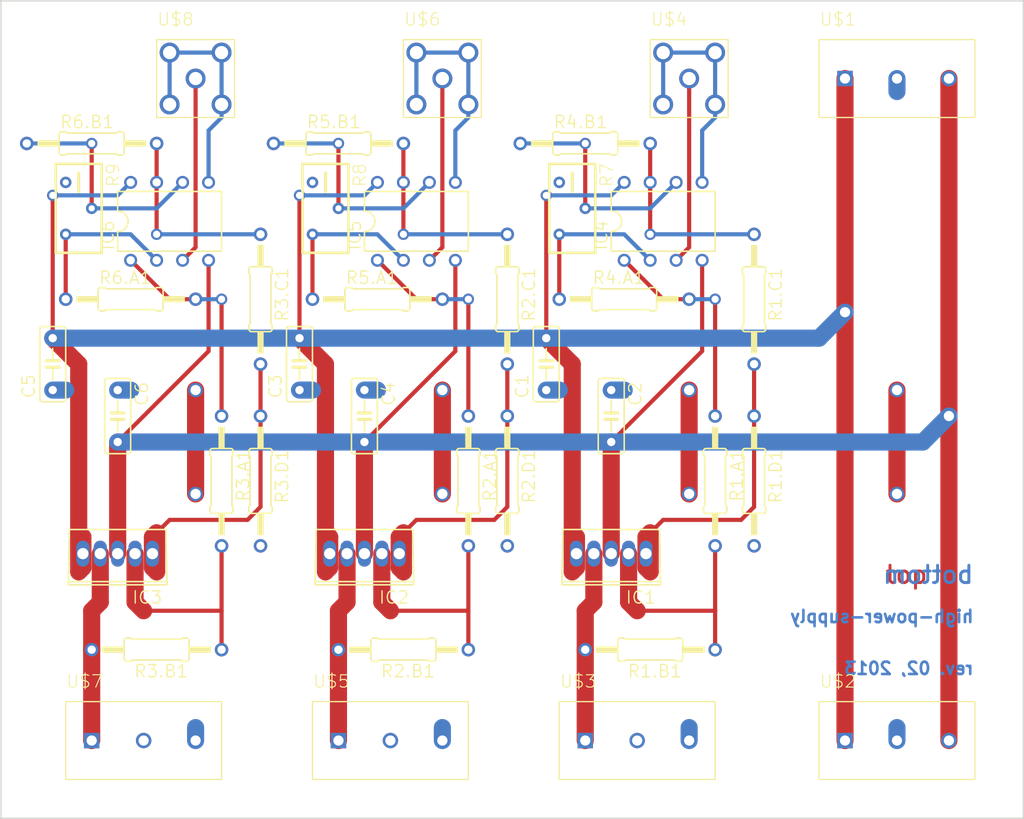
<source format=kicad_pcb>
(kicad_pcb (version 20171130) (host pcbnew 6.0.0-rc1-unknown-7a10feb~66~ubuntu14.04.1)

  (general
    (thickness 1.6)
    (drawings 9)
    (tracks 209)
    (zones 0)
    (modules 41)
    (nets 37)
  )

  (page A4)
  (layers
    (0 Top signal)
    (31 Bottom signal)
    (32 B.Adhes user)
    (33 F.Adhes user)
    (34 B.Paste user)
    (35 F.Paste user)
    (36 B.SilkS user)
    (37 F.SilkS user)
    (38 B.Mask user)
    (39 F.Mask user)
    (40 Dwgs.User user)
    (41 Cmts.User user)
    (42 Eco1.User user)
    (43 Eco2.User user)
    (44 Edge.Cuts user)
    (45 Margin user)
    (46 B.CrtYd user)
    (47 F.CrtYd user)
    (48 B.Fab user)
    (49 F.Fab user)
  )

  (setup
    (last_trace_width 0.25)
    (trace_clearance 0.2)
    (zone_clearance 0.508)
    (zone_45_only no)
    (trace_min 0.2)
    (via_size 0.8)
    (via_drill 0.4)
    (via_min_size 0.4)
    (via_min_drill 0.3)
    (uvia_size 0.3)
    (uvia_drill 0.1)
    (uvias_allowed no)
    (uvia_min_size 0.2)
    (uvia_min_drill 0.1)
    (edge_width 0.05)
    (segment_width 0.2)
    (pcb_text_width 0.3)
    (pcb_text_size 1.5 1.5)
    (mod_edge_width 0.12)
    (mod_text_size 1 1)
    (mod_text_width 0.15)
    (pad_size 1.524 1.524)
    (pad_drill 0.762)
    (pad_to_mask_clearance 0.2)
    (aux_axis_origin 0 0)
    (visible_elements FFFFFF7F)
    (pcbplotparams
      (layerselection 0x010fc_ffffffff)
      (usegerberextensions false)
      (usegerberattributes false)
      (usegerberadvancedattributes false)
      (creategerberjobfile false)
      (excludeedgelayer true)
      (linewidth 0.100000)
      (plotframeref false)
      (viasonmask false)
      (mode 1)
      (useauxorigin false)
      (hpglpennumber 1)
      (hpglpenspeed 20)
      (hpglpendiameter 15.000000)
      (psnegative false)
      (psa4output false)
      (plotreference true)
      (plotvalue true)
      (plotinvisibletext false)
      (padsonsilk false)
      (subtractmaskfromsilk false)
      (outputformat 1)
      (mirror false)
      (drillshape 1)
      (scaleselection 1)
      (outputdirectory ""))
  )

  (net 0 "")
  (net 1 +15V)
  (net 2 -15V)
  (net 3 GND)
  (net 4 /VOUT1)
  (net 5 "Net-(IC1-Pad2)")
  (net 6 "Net-(IC1-Pad1)")
  (net 7 "Net-(U$3-PadP$2)")
  (net 8 /-V1)
  (net 9 /+V1)
  (net 10 /VOUT2)
  (net 11 "Net-(IC2-Pad2)")
  (net 12 "Net-(IC2-Pad1)")
  (net 13 "Net-(U$5-PadP$2)")
  (net 14 /-V2)
  (net 15 /+V2)
  (net 16 /VOUT3)
  (net 17 "Net-(IC3-Pad2)")
  (net 18 "Net-(IC3-Pad1)")
  (net 19 "Net-(U$7-PadP$2)")
  (net 20 /-V3)
  (net 21 /+V3)
  (net 22 "Net-(IC4-Pad6)")
  (net 23 "Net-(IC4-Pad7)")
  (net 24 "Net-(IC4-Pad2)")
  (net 25 "Net-(IC4-Pad1)")
  (net 26 "Net-(R7-Pad1)")
  (net 27 "Net-(IC5-Pad6)")
  (net 28 "Net-(IC5-Pad7)")
  (net 29 "Net-(IC5-Pad2)")
  (net 30 "Net-(IC5-Pad1)")
  (net 31 "Net-(R8-Pad1)")
  (net 32 "Net-(IC6-Pad6)")
  (net 33 "Net-(IC6-Pad7)")
  (net 34 "Net-(IC6-Pad2)")
  (net 35 "Net-(IC6-Pad1)")
  (net 36 "Net-(R9-Pad1)")

  (net_class Default "This is the default net class."
    (clearance 0.2)
    (trace_width 0.25)
    (via_dia 0.8)
    (via_drill 0.4)
    (uvia_dia 0.3)
    (uvia_drill 0.1)
    (add_net +15V)
    (add_net -15V)
    (add_net /+V1)
    (add_net /+V2)
    (add_net /+V3)
    (add_net /-V1)
    (add_net /-V2)
    (add_net /-V3)
    (add_net /VOUT1)
    (add_net /VOUT2)
    (add_net /VOUT3)
    (add_net GND)
    (add_net "Net-(IC1-Pad1)")
    (add_net "Net-(IC1-Pad2)")
    (add_net "Net-(IC2-Pad1)")
    (add_net "Net-(IC2-Pad2)")
    (add_net "Net-(IC3-Pad1)")
    (add_net "Net-(IC3-Pad2)")
    (add_net "Net-(IC4-Pad1)")
    (add_net "Net-(IC4-Pad2)")
    (add_net "Net-(IC4-Pad6)")
    (add_net "Net-(IC4-Pad7)")
    (add_net "Net-(IC5-Pad1)")
    (add_net "Net-(IC5-Pad2)")
    (add_net "Net-(IC5-Pad6)")
    (add_net "Net-(IC5-Pad7)")
    (add_net "Net-(IC6-Pad1)")
    (add_net "Net-(IC6-Pad2)")
    (add_net "Net-(IC6-Pad6)")
    (add_net "Net-(IC6-Pad7)")
    (add_net "Net-(R7-Pad1)")
    (add_net "Net-(R8-Pad1)")
    (add_net "Net-(R9-Pad1)")
    (add_net "Net-(U$3-PadP$2)")
    (add_net "Net-(U$5-PadP$2)")
    (add_net "Net-(U$7-PadP$2)")
  )

  (module high-power-supply:TO220-G5 (layer Top) (tedit 0) (tstamp 5B7C21C7)
    (at 158.1911 122.1436 180)
    (descr "<b>Molded Package</b> TO-220 5 lead<p>\nhttp://www.ti.com <p>\nmsot008b.pdf")
    (path /7C8C299E06F92037)
    (fp_text reference IC1 (at -4.445 -0.5318 180) (layer F.SilkS)
      (effects (font (size 1.2065 1.2065) (thickness 0.127)) (justify right top))
    )
    (fp_text value OPA544T (at -4.191 7.0882 180) (layer F.Fab)
      (effects (font (size 1.2065 1.2065) (thickness 0.127)) (justify right top))
    )
    (fp_line (start -4.822 0.313) (end 4.822 0.313) (layer F.SilkS) (width 0.1524))
    (fp_line (start -4.826 -0.005) (end -4.719 5.406) (layer F.SilkS) (width 0.1524))
    (fp_line (start 4.826 -0.005) (end -4.826 -0.005) (layer F.SilkS) (width 0.1524))
    (fp_line (start 4.719 5.406) (end 4.826 -0.005) (layer F.SilkS) (width 0.1524))
    (fp_line (start -4.719 5.406) (end 4.719 5.406) (layer F.SilkS) (width 0.1524))
    (pad 4 thru_hole oval (at 1.7 3.048 270) (size 2.54 1.27) (drill 1.1) (layers *.Cu *.Mask)
      (net 4 /VOUT1) (solder_mask_margin 0.1016))
    (pad 3 thru_hole oval (at 0 3.048 270) (size 2.54 1.27) (drill 1.1) (layers *.Cu *.Mask)
      (net 2 -15V) (solder_mask_margin 0.1016))
    (pad 2 thru_hole oval (at -1.7 3.048 270) (size 2.54 1.27) (drill 1.1) (layers *.Cu *.Mask)
      (net 5 "Net-(IC1-Pad2)") (solder_mask_margin 0.1016))
    (pad 5 thru_hole oval (at 3.4 3.048 270) (size 2.54 1.27) (drill 1.1) (layers *.Cu *.Mask)
      (net 1 +15V) (solder_mask_margin 0.1016))
    (pad 1 thru_hole oval (at -3.4 3.048 270) (size 2.54 1.27) (drill 1.1) (layers *.Cu *.Mask)
      (net 6 "Net-(IC1-Pad1)") (solder_mask_margin 0.1016))
  )

  (module high-power-supply:C050-025X075 (layer Top) (tedit 0) (tstamp 5B7C21D4)
    (at 151.8411 100.5536 90)
    (descr "<b>CAPACITOR</b><p>\ngrid 5 mm, outline 2.5 x 7.5 mm")
    (path /2AABA71FBC13D2E8)
    (fp_text reference C1 (at -3.429 -1.651 90) (layer F.SilkS)
      (effects (font (size 1.2065 1.2065) (thickness 0.127)) (justify left bottom))
    )
    (fp_text value 10muF (at -3.429 2.794 90) (layer F.Fab)
      (effects (font (size 1.2065 1.2065) (thickness 0.127)) (justify left bottom))
    )
    (fp_arc (start -3.429 -1.016) (end -3.683 -1.016) (angle 90) (layer F.SilkS) (width 0.1524))
    (fp_arc (start -3.429 1.016) (end -3.683 1.016) (angle -90) (layer F.SilkS) (width 0.1524))
    (fp_arc (start 3.429 1.016) (end 3.429 1.27) (angle -90) (layer F.SilkS) (width 0.1524))
    (fp_arc (start 3.429 -1.016) (end 3.429 -1.27) (angle 90) (layer F.SilkS) (width 0.1524))
    (fp_line (start 3.429 -1.27) (end -3.429 -1.27) (layer F.SilkS) (width 0.1524))
    (fp_line (start 3.683 1.016) (end 3.683 -1.016) (layer F.SilkS) (width 0.1524))
    (fp_line (start -3.429 1.27) (end 3.429 1.27) (layer F.SilkS) (width 0.1524))
    (fp_line (start -3.683 -1.016) (end -3.683 1.016) (layer F.SilkS) (width 0.1524))
    (fp_line (start 0.3302 0) (end 1.524 0) (layer F.SilkS) (width 0.1524))
    (fp_line (start 0.3302 0) (end 0.3302 0.635) (layer F.SilkS) (width 0.3048))
    (fp_line (start 0.3302 -0.635) (end 0.3302 0) (layer F.SilkS) (width 0.3048))
    (fp_line (start -0.3048 0) (end -1.524 0) (layer F.SilkS) (width 0.1524))
    (fp_line (start -0.3048 0) (end -0.3048 0.635) (layer F.SilkS) (width 0.3048))
    (fp_line (start -0.3048 -0.635) (end -0.3048 0) (layer F.SilkS) (width 0.3048))
    (pad 2 thru_hole circle (at 2.54 0 90) (size 1.3208 1.3208) (drill 0.8128) (layers *.Cu *.Mask)
      (net 1 +15V) (solder_mask_margin 0.1016))
    (pad 1 thru_hole circle (at -2.54 0 90) (size 1.3208 1.3208) (drill 0.8128) (layers *.Cu *.Mask)
      (net 3 GND) (solder_mask_margin 0.1016))
  )

  (module high-power-supply:C050-025X075 (layer Top) (tedit 0) (tstamp 5B7C21E7)
    (at 158.1911 105.6336 270)
    (descr "<b>CAPACITOR</b><p>\ngrid 5 mm, outline 2.5 x 7.5 mm")
    (path /AD9C447DF496ECCB)
    (fp_text reference C2 (at -3.429 -1.651 270) (layer F.SilkS)
      (effects (font (size 1.2065 1.2065) (thickness 0.127)) (justify right top))
    )
    (fp_text value 10muF (at -3.429 2.794 270) (layer F.Fab)
      (effects (font (size 1.2065 1.2065) (thickness 0.127)) (justify right top))
    )
    (fp_arc (start -3.429 -1.016) (end -3.683 -1.016) (angle 90) (layer F.SilkS) (width 0.1524))
    (fp_arc (start -3.429 1.016) (end -3.683 1.016) (angle -90) (layer F.SilkS) (width 0.1524))
    (fp_arc (start 3.429 1.016) (end 3.429 1.27) (angle -90) (layer F.SilkS) (width 0.1524))
    (fp_arc (start 3.429 -1.016) (end 3.429 -1.27) (angle 90) (layer F.SilkS) (width 0.1524))
    (fp_line (start 3.429 -1.27) (end -3.429 -1.27) (layer F.SilkS) (width 0.1524))
    (fp_line (start 3.683 1.016) (end 3.683 -1.016) (layer F.SilkS) (width 0.1524))
    (fp_line (start -3.429 1.27) (end 3.429 1.27) (layer F.SilkS) (width 0.1524))
    (fp_line (start -3.683 -1.016) (end -3.683 1.016) (layer F.SilkS) (width 0.1524))
    (fp_line (start 0.3302 0) (end 1.524 0) (layer F.SilkS) (width 0.1524))
    (fp_line (start 0.3302 0) (end 0.3302 0.635) (layer F.SilkS) (width 0.3048))
    (fp_line (start 0.3302 -0.635) (end 0.3302 0) (layer F.SilkS) (width 0.3048))
    (fp_line (start -0.3048 0) (end -1.524 0) (layer F.SilkS) (width 0.1524))
    (fp_line (start -0.3048 0) (end -0.3048 0.635) (layer F.SilkS) (width 0.3048))
    (fp_line (start -0.3048 -0.635) (end -0.3048 0) (layer F.SilkS) (width 0.3048))
    (pad 2 thru_hole circle (at 2.54 0 270) (size 1.3208 1.3208) (drill 0.8128) (layers *.Cu *.Mask)
      (net 2 -15V) (solder_mask_margin 0.1016))
    (pad 1 thru_hole circle (at -2.54 0 270) (size 1.3208 1.3208) (drill 0.8128) (layers *.Cu *.Mask)
      (net 3 GND) (solder_mask_margin 0.1016))
  )

  (module high-power-supply:WAGO-3 (layer Top) (tedit 0) (tstamp 5B7C21FA)
    (at 186.1311 72.6136)
    (path /850A8AB0BABD3B23)
    (fp_text reference U$1 (at -7.62 -5.08) (layer F.SilkS)
      (effects (font (size 1.2065 1.2065) (thickness 0.1016)) (justify left bottom))
    )
    (fp_text value WAGO-3 (at -7.62 6.35) (layer F.Fab)
      (effects (font (size 1.2065 1.2065) (thickness 0.1016)) (justify left bottom))
    )
    (fp_line (start 7.62 -3.81) (end -7.62 -3.81) (layer F.SilkS) (width 0.127))
    (fp_line (start 7.62 3.81) (end 7.62 -3.81) (layer F.SilkS) (width 0.127))
    (fp_line (start -7.62 3.81) (end 7.62 3.81) (layer F.SilkS) (width 0.127))
    (fp_line (start -7.62 -3.81) (end -7.62 3.81) (layer F.SilkS) (width 0.127))
    (pad P$3 thru_hole circle (at 5.08 0 180) (size 1.508 1.508) (drill 1) (layers *.Cu *.Mask)
      (net 2 -15V) (solder_mask_margin 0.1016))
    (pad P$1 thru_hole rect (at -5.08 0 180) (size 1.508 1.508) (drill 1) (layers *.Cu *.Mask)
      (net 1 +15V) (solder_mask_margin 0.1016))
    (pad P$2 thru_hole circle (at 0 0 180) (size 1.508 1.508) (drill 1) (layers *.Cu *.Mask)
      (net 3 GND) (solder_mask_margin 0.1016))
  )

  (module high-power-supply:WAGO-3 (layer Top) (tedit 0) (tstamp 5B7C2204)
    (at 186.1311 137.3836)
    (path /AA898CC2A8B04D1A)
    (fp_text reference U$2 (at -7.62 -5.08) (layer F.SilkS)
      (effects (font (size 1.2065 1.2065) (thickness 0.1016)) (justify left bottom))
    )
    (fp_text value WAGO-3 (at -7.62 6.35) (layer F.Fab)
      (effects (font (size 1.2065 1.2065) (thickness 0.1016)) (justify left bottom))
    )
    (fp_line (start 7.62 -3.81) (end -7.62 -3.81) (layer F.SilkS) (width 0.127))
    (fp_line (start 7.62 3.81) (end 7.62 -3.81) (layer F.SilkS) (width 0.127))
    (fp_line (start -7.62 3.81) (end 7.62 3.81) (layer F.SilkS) (width 0.127))
    (fp_line (start -7.62 -3.81) (end -7.62 3.81) (layer F.SilkS) (width 0.127))
    (pad P$3 thru_hole circle (at 5.08 0 180) (size 1.508 1.508) (drill 1) (layers *.Cu *.Mask)
      (net 2 -15V) (solder_mask_margin 0.1016))
    (pad P$1 thru_hole rect (at -5.08 0 180) (size 1.508 1.508) (drill 1) (layers *.Cu *.Mask)
      (net 1 +15V) (solder_mask_margin 0.1016))
    (pad P$2 thru_hole circle (at 0 0 180) (size 1.508 1.508) (drill 1) (layers *.Cu *.Mask)
      (net 3 GND) (solder_mask_margin 0.1016))
  )

  (module high-power-supply:WAGO-3 (layer Top) (tedit 0) (tstamp 5B7C220E)
    (at 160.7311 137.3836)
    (path /93CD699454307519)
    (fp_text reference U$3 (at -7.62 -5.08) (layer F.SilkS)
      (effects (font (size 1.2065 1.2065) (thickness 0.1016)) (justify left bottom))
    )
    (fp_text value WAGO-3 (at -7.62 6.35) (layer F.Fab)
      (effects (font (size 1.2065 1.2065) (thickness 0.1016)) (justify left bottom))
    )
    (fp_line (start 7.62 -3.81) (end -7.62 -3.81) (layer F.SilkS) (width 0.127))
    (fp_line (start 7.62 3.81) (end 7.62 -3.81) (layer F.SilkS) (width 0.127))
    (fp_line (start -7.62 3.81) (end 7.62 3.81) (layer F.SilkS) (width 0.127))
    (fp_line (start -7.62 -3.81) (end -7.62 3.81) (layer F.SilkS) (width 0.127))
    (pad P$3 thru_hole circle (at 5.08 0 180) (size 1.508 1.508) (drill 1) (layers *.Cu *.Mask)
      (net 3 GND) (solder_mask_margin 0.1016))
    (pad P$1 thru_hole rect (at -5.08 0 180) (size 1.508 1.508) (drill 1) (layers *.Cu *.Mask)
      (net 4 /VOUT1) (solder_mask_margin 0.1016))
    (pad P$2 thru_hole circle (at 0 0 180) (size 1.508 1.508) (drill 1) (layers *.Cu *.Mask)
      (net 7 "Net-(U$3-PadP$2)") (solder_mask_margin 0.1016))
  )

  (module high-power-supply:B-30 (layer Top) (tedit 0) (tstamp 5B7C2218)
    (at 165.8111 72.6136)
    (path /4E25407E84E86E02)
    (fp_text reference U$4 (at -3.81 -5.08) (layer F.SilkS)
      (effects (font (size 1.2065 1.2065) (thickness 0.1016)) (justify left bottom))
    )
    (fp_text value SMB-50OHM (at -3.81 6.35) (layer F.Fab)
      (effects (font (size 1.2065 1.2065) (thickness 0.1016)) (justify left bottom))
    )
    (fp_line (start -3.81 3.81) (end -3.81 -3.81) (layer F.SilkS) (width 0.127))
    (fp_line (start 3.81 3.81) (end -3.81 3.81) (layer F.SilkS) (width 0.127))
    (fp_line (start 3.81 -3.81) (end 3.81 3.81) (layer F.SilkS) (width 0.127))
    (fp_line (start -3.81 -3.81) (end 3.81 -3.81) (layer F.SilkS) (width 0.127))
    (pad P$5 thru_hole circle (at 2.54 -2.54) (size 1.95 1.95) (drill 1.3) (layers *.Cu *.Mask)
      (net 8 /-V1) (solder_mask_margin 0.1016))
    (pad P$4 thru_hole circle (at 2.54 2.54) (size 1.95 1.95) (drill 1.3) (layers *.Cu *.Mask)
      (net 8 /-V1) (solder_mask_margin 0.1016))
    (pad P$3 thru_hole circle (at -2.54 2.54) (size 1.95 1.95) (drill 1.3) (layers *.Cu *.Mask)
      (net 8 /-V1) (solder_mask_margin 0.1016))
    (pad P$2 thru_hole circle (at -2.54 -2.54) (size 1.95 1.95) (drill 1.3) (layers *.Cu *.Mask)
      (net 8 /-V1) (solder_mask_margin 0.1016))
    (pad P$1 thru_hole circle (at 0 0) (size 1.95 1.95) (drill 1.3) (layers *.Cu *.Mask)
      (net 9 /+V1) (solder_mask_margin 0.1016))
  )

  (module high-power-supply:TO220-G5 (layer Top) (tedit 0) (tstamp 5B7C2224)
    (at 134.0611 122.1436 180)
    (descr "<b>Molded Package</b> TO-220 5 lead<p>\nhttp://www.ti.com <p>\nmsot008b.pdf")
    (path /53D52AEB541775CA)
    (fp_text reference IC2 (at -4.445 -0.5318 180) (layer F.SilkS)
      (effects (font (size 1.2065 1.2065) (thickness 0.127)) (justify right top))
    )
    (fp_text value OPA544T (at -4.191 7.0882 180) (layer F.Fab)
      (effects (font (size 1.2065 1.2065) (thickness 0.127)) (justify right top))
    )
    (fp_line (start -4.822 0.313) (end 4.822 0.313) (layer F.SilkS) (width 0.1524))
    (fp_line (start -4.826 -0.005) (end -4.719 5.406) (layer F.SilkS) (width 0.1524))
    (fp_line (start 4.826 -0.005) (end -4.826 -0.005) (layer F.SilkS) (width 0.1524))
    (fp_line (start 4.719 5.406) (end 4.826 -0.005) (layer F.SilkS) (width 0.1524))
    (fp_line (start -4.719 5.406) (end 4.719 5.406) (layer F.SilkS) (width 0.1524))
    (pad 4 thru_hole oval (at 1.7 3.048 270) (size 2.54 1.27) (drill 1.1) (layers *.Cu *.Mask)
      (net 10 /VOUT2) (solder_mask_margin 0.1016))
    (pad 3 thru_hole oval (at 0 3.048 270) (size 2.54 1.27) (drill 1.1) (layers *.Cu *.Mask)
      (net 2 -15V) (solder_mask_margin 0.1016))
    (pad 2 thru_hole oval (at -1.7 3.048 270) (size 2.54 1.27) (drill 1.1) (layers *.Cu *.Mask)
      (net 11 "Net-(IC2-Pad2)") (solder_mask_margin 0.1016))
    (pad 5 thru_hole oval (at 3.4 3.048 270) (size 2.54 1.27) (drill 1.1) (layers *.Cu *.Mask)
      (net 1 +15V) (solder_mask_margin 0.1016))
    (pad 1 thru_hole oval (at -3.4 3.048 270) (size 2.54 1.27) (drill 1.1) (layers *.Cu *.Mask)
      (net 12 "Net-(IC2-Pad1)") (solder_mask_margin 0.1016))
  )

  (module high-power-supply:C050-025X075 (layer Top) (tedit 0) (tstamp 5B7C2231)
    (at 127.7111 100.5536 90)
    (descr "<b>CAPACITOR</b><p>\ngrid 5 mm, outline 2.5 x 7.5 mm")
    (path /B575683497797433)
    (fp_text reference C3 (at -3.429 -1.651 90) (layer F.SilkS)
      (effects (font (size 1.2065 1.2065) (thickness 0.127)) (justify left bottom))
    )
    (fp_text value 10muF (at -3.429 2.794 90) (layer F.Fab)
      (effects (font (size 1.2065 1.2065) (thickness 0.127)) (justify left bottom))
    )
    (fp_arc (start -3.429 -1.016) (end -3.683 -1.016) (angle 90) (layer F.SilkS) (width 0.1524))
    (fp_arc (start -3.429 1.016) (end -3.683 1.016) (angle -90) (layer F.SilkS) (width 0.1524))
    (fp_arc (start 3.429 1.016) (end 3.429 1.27) (angle -90) (layer F.SilkS) (width 0.1524))
    (fp_arc (start 3.429 -1.016) (end 3.429 -1.27) (angle 90) (layer F.SilkS) (width 0.1524))
    (fp_line (start 3.429 -1.27) (end -3.429 -1.27) (layer F.SilkS) (width 0.1524))
    (fp_line (start 3.683 1.016) (end 3.683 -1.016) (layer F.SilkS) (width 0.1524))
    (fp_line (start -3.429 1.27) (end 3.429 1.27) (layer F.SilkS) (width 0.1524))
    (fp_line (start -3.683 -1.016) (end -3.683 1.016) (layer F.SilkS) (width 0.1524))
    (fp_line (start 0.3302 0) (end 1.524 0) (layer F.SilkS) (width 0.1524))
    (fp_line (start 0.3302 0) (end 0.3302 0.635) (layer F.SilkS) (width 0.3048))
    (fp_line (start 0.3302 -0.635) (end 0.3302 0) (layer F.SilkS) (width 0.3048))
    (fp_line (start -0.3048 0) (end -1.524 0) (layer F.SilkS) (width 0.1524))
    (fp_line (start -0.3048 0) (end -0.3048 0.635) (layer F.SilkS) (width 0.3048))
    (fp_line (start -0.3048 -0.635) (end -0.3048 0) (layer F.SilkS) (width 0.3048))
    (pad 2 thru_hole circle (at 2.54 0 90) (size 1.3208 1.3208) (drill 0.8128) (layers *.Cu *.Mask)
      (net 1 +15V) (solder_mask_margin 0.1016))
    (pad 1 thru_hole circle (at -2.54 0 90) (size 1.3208 1.3208) (drill 0.8128) (layers *.Cu *.Mask)
      (net 3 GND) (solder_mask_margin 0.1016))
  )

  (module high-power-supply:C050-025X075 (layer Top) (tedit 0) (tstamp 5B7C2244)
    (at 134.0611 105.6336 270)
    (descr "<b>CAPACITOR</b><p>\ngrid 5 mm, outline 2.5 x 7.5 mm")
    (path /556B3437B5D1C789)
    (fp_text reference C4 (at -3.429 -1.651 270) (layer F.SilkS)
      (effects (font (size 1.2065 1.2065) (thickness 0.127)) (justify right top))
    )
    (fp_text value 10muF (at -3.429 2.794 270) (layer F.Fab)
      (effects (font (size 1.2065 1.2065) (thickness 0.127)) (justify right top))
    )
    (fp_arc (start -3.429 -1.016) (end -3.683 -1.016) (angle 90) (layer F.SilkS) (width 0.1524))
    (fp_arc (start -3.429 1.016) (end -3.683 1.016) (angle -90) (layer F.SilkS) (width 0.1524))
    (fp_arc (start 3.429 1.016) (end 3.429 1.27) (angle -90) (layer F.SilkS) (width 0.1524))
    (fp_arc (start 3.429 -1.016) (end 3.429 -1.27) (angle 90) (layer F.SilkS) (width 0.1524))
    (fp_line (start 3.429 -1.27) (end -3.429 -1.27) (layer F.SilkS) (width 0.1524))
    (fp_line (start 3.683 1.016) (end 3.683 -1.016) (layer F.SilkS) (width 0.1524))
    (fp_line (start -3.429 1.27) (end 3.429 1.27) (layer F.SilkS) (width 0.1524))
    (fp_line (start -3.683 -1.016) (end -3.683 1.016) (layer F.SilkS) (width 0.1524))
    (fp_line (start 0.3302 0) (end 1.524 0) (layer F.SilkS) (width 0.1524))
    (fp_line (start 0.3302 0) (end 0.3302 0.635) (layer F.SilkS) (width 0.3048))
    (fp_line (start 0.3302 -0.635) (end 0.3302 0) (layer F.SilkS) (width 0.3048))
    (fp_line (start -0.3048 0) (end -1.524 0) (layer F.SilkS) (width 0.1524))
    (fp_line (start -0.3048 0) (end -0.3048 0.635) (layer F.SilkS) (width 0.3048))
    (fp_line (start -0.3048 -0.635) (end -0.3048 0) (layer F.SilkS) (width 0.3048))
    (pad 2 thru_hole circle (at 2.54 0 270) (size 1.3208 1.3208) (drill 0.8128) (layers *.Cu *.Mask)
      (net 2 -15V) (solder_mask_margin 0.1016))
    (pad 1 thru_hole circle (at -2.54 0 270) (size 1.3208 1.3208) (drill 0.8128) (layers *.Cu *.Mask)
      (net 3 GND) (solder_mask_margin 0.1016))
  )

  (module high-power-supply:WAGO-3 (layer Top) (tedit 0) (tstamp 5B7C2257)
    (at 136.6011 137.3836)
    (path /1A1EF776A689A17)
    (fp_text reference U$5 (at -7.62 -5.08) (layer F.SilkS)
      (effects (font (size 1.2065 1.2065) (thickness 0.1016)) (justify left bottom))
    )
    (fp_text value WAGO-3 (at -7.62 6.35) (layer F.Fab)
      (effects (font (size 1.2065 1.2065) (thickness 0.1016)) (justify left bottom))
    )
    (fp_line (start 7.62 -3.81) (end -7.62 -3.81) (layer F.SilkS) (width 0.127))
    (fp_line (start 7.62 3.81) (end 7.62 -3.81) (layer F.SilkS) (width 0.127))
    (fp_line (start -7.62 3.81) (end 7.62 3.81) (layer F.SilkS) (width 0.127))
    (fp_line (start -7.62 -3.81) (end -7.62 3.81) (layer F.SilkS) (width 0.127))
    (pad P$3 thru_hole circle (at 5.08 0 180) (size 1.508 1.508) (drill 1) (layers *.Cu *.Mask)
      (net 3 GND) (solder_mask_margin 0.1016))
    (pad P$1 thru_hole rect (at -5.08 0 180) (size 1.508 1.508) (drill 1) (layers *.Cu *.Mask)
      (net 10 /VOUT2) (solder_mask_margin 0.1016))
    (pad P$2 thru_hole circle (at 0 0 180) (size 1.508 1.508) (drill 1) (layers *.Cu *.Mask)
      (net 13 "Net-(U$5-PadP$2)") (solder_mask_margin 0.1016))
  )

  (module high-power-supply:B-30 (layer Top) (tedit 0) (tstamp 5B7C2261)
    (at 141.6811 72.6136)
    (path /DFAA916C371C5F19)
    (fp_text reference U$6 (at -3.81 -5.08) (layer F.SilkS)
      (effects (font (size 1.2065 1.2065) (thickness 0.1016)) (justify left bottom))
    )
    (fp_text value SMB-50OHM (at -3.81 6.35) (layer F.Fab)
      (effects (font (size 1.2065 1.2065) (thickness 0.1016)) (justify left bottom))
    )
    (fp_line (start -3.81 3.81) (end -3.81 -3.81) (layer F.SilkS) (width 0.127))
    (fp_line (start 3.81 3.81) (end -3.81 3.81) (layer F.SilkS) (width 0.127))
    (fp_line (start 3.81 -3.81) (end 3.81 3.81) (layer F.SilkS) (width 0.127))
    (fp_line (start -3.81 -3.81) (end 3.81 -3.81) (layer F.SilkS) (width 0.127))
    (pad P$5 thru_hole circle (at 2.54 -2.54) (size 1.95 1.95) (drill 1.3) (layers *.Cu *.Mask)
      (net 14 /-V2) (solder_mask_margin 0.1016))
    (pad P$4 thru_hole circle (at 2.54 2.54) (size 1.95 1.95) (drill 1.3) (layers *.Cu *.Mask)
      (net 14 /-V2) (solder_mask_margin 0.1016))
    (pad P$3 thru_hole circle (at -2.54 2.54) (size 1.95 1.95) (drill 1.3) (layers *.Cu *.Mask)
      (net 14 /-V2) (solder_mask_margin 0.1016))
    (pad P$2 thru_hole circle (at -2.54 -2.54) (size 1.95 1.95) (drill 1.3) (layers *.Cu *.Mask)
      (net 14 /-V2) (solder_mask_margin 0.1016))
    (pad P$1 thru_hole circle (at 0 0) (size 1.95 1.95) (drill 1.3) (layers *.Cu *.Mask)
      (net 15 /+V2) (solder_mask_margin 0.1016))
  )

  (module high-power-supply:TO220-G5 (layer Top) (tedit 0) (tstamp 5B7C226D)
    (at 109.9311 122.1436 180)
    (descr "<b>Molded Package</b> TO-220 5 lead<p>\nhttp://www.ti.com <p>\nmsot008b.pdf")
    (path /B33006915ED25CA7)
    (fp_text reference IC3 (at -4.445 -0.5318 180) (layer F.SilkS)
      (effects (font (size 1.2065 1.2065) (thickness 0.127)) (justify right top))
    )
    (fp_text value OPA544T (at -4.191 7.0882 180) (layer F.Fab)
      (effects (font (size 1.2065 1.2065) (thickness 0.127)) (justify right top))
    )
    (fp_line (start -4.822 0.313) (end 4.822 0.313) (layer F.SilkS) (width 0.1524))
    (fp_line (start -4.826 -0.005) (end -4.719 5.406) (layer F.SilkS) (width 0.1524))
    (fp_line (start 4.826 -0.005) (end -4.826 -0.005) (layer F.SilkS) (width 0.1524))
    (fp_line (start 4.719 5.406) (end 4.826 -0.005) (layer F.SilkS) (width 0.1524))
    (fp_line (start -4.719 5.406) (end 4.719 5.406) (layer F.SilkS) (width 0.1524))
    (pad 4 thru_hole oval (at 1.7 3.048 270) (size 2.54 1.27) (drill 1.1) (layers *.Cu *.Mask)
      (net 16 /VOUT3) (solder_mask_margin 0.1016))
    (pad 3 thru_hole oval (at 0 3.048 270) (size 2.54 1.27) (drill 1.1) (layers *.Cu *.Mask)
      (net 2 -15V) (solder_mask_margin 0.1016))
    (pad 2 thru_hole oval (at -1.7 3.048 270) (size 2.54 1.27) (drill 1.1) (layers *.Cu *.Mask)
      (net 17 "Net-(IC3-Pad2)") (solder_mask_margin 0.1016))
    (pad 5 thru_hole oval (at 3.4 3.048 270) (size 2.54 1.27) (drill 1.1) (layers *.Cu *.Mask)
      (net 1 +15V) (solder_mask_margin 0.1016))
    (pad 1 thru_hole oval (at -3.4 3.048 270) (size 2.54 1.27) (drill 1.1) (layers *.Cu *.Mask)
      (net 18 "Net-(IC3-Pad1)") (solder_mask_margin 0.1016))
  )

  (module high-power-supply:C050-025X075 (layer Top) (tedit 0) (tstamp 5B7C227A)
    (at 103.5811 100.5536 90)
    (descr "<b>CAPACITOR</b><p>\ngrid 5 mm, outline 2.5 x 7.5 mm")
    (path /9681B099648FED2C)
    (fp_text reference C5 (at -3.429 -1.651 90) (layer F.SilkS)
      (effects (font (size 1.2065 1.2065) (thickness 0.127)) (justify left bottom))
    )
    (fp_text value 10muF (at -3.429 2.794 90) (layer F.Fab)
      (effects (font (size 1.2065 1.2065) (thickness 0.127)) (justify left bottom))
    )
    (fp_arc (start -3.429 -1.016) (end -3.683 -1.016) (angle 90) (layer F.SilkS) (width 0.1524))
    (fp_arc (start -3.429 1.016) (end -3.683 1.016) (angle -90) (layer F.SilkS) (width 0.1524))
    (fp_arc (start 3.429 1.016) (end 3.429 1.27) (angle -90) (layer F.SilkS) (width 0.1524))
    (fp_arc (start 3.429 -1.016) (end 3.429 -1.27) (angle 90) (layer F.SilkS) (width 0.1524))
    (fp_line (start 3.429 -1.27) (end -3.429 -1.27) (layer F.SilkS) (width 0.1524))
    (fp_line (start 3.683 1.016) (end 3.683 -1.016) (layer F.SilkS) (width 0.1524))
    (fp_line (start -3.429 1.27) (end 3.429 1.27) (layer F.SilkS) (width 0.1524))
    (fp_line (start -3.683 -1.016) (end -3.683 1.016) (layer F.SilkS) (width 0.1524))
    (fp_line (start 0.3302 0) (end 1.524 0) (layer F.SilkS) (width 0.1524))
    (fp_line (start 0.3302 0) (end 0.3302 0.635) (layer F.SilkS) (width 0.3048))
    (fp_line (start 0.3302 -0.635) (end 0.3302 0) (layer F.SilkS) (width 0.3048))
    (fp_line (start -0.3048 0) (end -1.524 0) (layer F.SilkS) (width 0.1524))
    (fp_line (start -0.3048 0) (end -0.3048 0.635) (layer F.SilkS) (width 0.3048))
    (fp_line (start -0.3048 -0.635) (end -0.3048 0) (layer F.SilkS) (width 0.3048))
    (pad 2 thru_hole circle (at 2.54 0 90) (size 1.3208 1.3208) (drill 0.8128) (layers *.Cu *.Mask)
      (net 1 +15V) (solder_mask_margin 0.1016))
    (pad 1 thru_hole circle (at -2.54 0 90) (size 1.3208 1.3208) (drill 0.8128) (layers *.Cu *.Mask)
      (net 3 GND) (solder_mask_margin 0.1016))
  )

  (module high-power-supply:C050-025X075 (layer Top) (tedit 0) (tstamp 5B7C228D)
    (at 109.9311 105.6336 270)
    (descr "<b>CAPACITOR</b><p>\ngrid 5 mm, outline 2.5 x 7.5 mm")
    (path /EC8E5C9C63FBA982)
    (fp_text reference C6 (at -3.429 -1.651 270) (layer F.SilkS)
      (effects (font (size 1.2065 1.2065) (thickness 0.127)) (justify right top))
    )
    (fp_text value 10muF (at -3.429 2.794 270) (layer F.Fab)
      (effects (font (size 1.2065 1.2065) (thickness 0.127)) (justify right top))
    )
    (fp_arc (start -3.429 -1.016) (end -3.683 -1.016) (angle 90) (layer F.SilkS) (width 0.1524))
    (fp_arc (start -3.429 1.016) (end -3.683 1.016) (angle -90) (layer F.SilkS) (width 0.1524))
    (fp_arc (start 3.429 1.016) (end 3.429 1.27) (angle -90) (layer F.SilkS) (width 0.1524))
    (fp_arc (start 3.429 -1.016) (end 3.429 -1.27) (angle 90) (layer F.SilkS) (width 0.1524))
    (fp_line (start 3.429 -1.27) (end -3.429 -1.27) (layer F.SilkS) (width 0.1524))
    (fp_line (start 3.683 1.016) (end 3.683 -1.016) (layer F.SilkS) (width 0.1524))
    (fp_line (start -3.429 1.27) (end 3.429 1.27) (layer F.SilkS) (width 0.1524))
    (fp_line (start -3.683 -1.016) (end -3.683 1.016) (layer F.SilkS) (width 0.1524))
    (fp_line (start 0.3302 0) (end 1.524 0) (layer F.SilkS) (width 0.1524))
    (fp_line (start 0.3302 0) (end 0.3302 0.635) (layer F.SilkS) (width 0.3048))
    (fp_line (start 0.3302 -0.635) (end 0.3302 0) (layer F.SilkS) (width 0.3048))
    (fp_line (start -0.3048 0) (end -1.524 0) (layer F.SilkS) (width 0.1524))
    (fp_line (start -0.3048 0) (end -0.3048 0.635) (layer F.SilkS) (width 0.3048))
    (fp_line (start -0.3048 -0.635) (end -0.3048 0) (layer F.SilkS) (width 0.3048))
    (pad 2 thru_hole circle (at 2.54 0 270) (size 1.3208 1.3208) (drill 0.8128) (layers *.Cu *.Mask)
      (net 2 -15V) (solder_mask_margin 0.1016))
    (pad 1 thru_hole circle (at -2.54 0 270) (size 1.3208 1.3208) (drill 0.8128) (layers *.Cu *.Mask)
      (net 3 GND) (solder_mask_margin 0.1016))
  )

  (module high-power-supply:WAGO-3 (layer Top) (tedit 0) (tstamp 5B7C22A0)
    (at 112.4711 137.3836)
    (path /98B41398BE1960E8)
    (fp_text reference U$7 (at -7.62 -5.08) (layer F.SilkS)
      (effects (font (size 1.2065 1.2065) (thickness 0.1016)) (justify left bottom))
    )
    (fp_text value WAGO-3 (at -7.62 6.35) (layer F.Fab)
      (effects (font (size 1.2065 1.2065) (thickness 0.1016)) (justify left bottom))
    )
    (fp_line (start 7.62 -3.81) (end -7.62 -3.81) (layer F.SilkS) (width 0.127))
    (fp_line (start 7.62 3.81) (end 7.62 -3.81) (layer F.SilkS) (width 0.127))
    (fp_line (start -7.62 3.81) (end 7.62 3.81) (layer F.SilkS) (width 0.127))
    (fp_line (start -7.62 -3.81) (end -7.62 3.81) (layer F.SilkS) (width 0.127))
    (pad P$3 thru_hole circle (at 5.08 0 180) (size 1.508 1.508) (drill 1) (layers *.Cu *.Mask)
      (net 3 GND) (solder_mask_margin 0.1016))
    (pad P$1 thru_hole rect (at -5.08 0 180) (size 1.508 1.508) (drill 1) (layers *.Cu *.Mask)
      (net 16 /VOUT3) (solder_mask_margin 0.1016))
    (pad P$2 thru_hole circle (at 0 0 180) (size 1.508 1.508) (drill 1) (layers *.Cu *.Mask)
      (net 19 "Net-(U$7-PadP$2)") (solder_mask_margin 0.1016))
  )

  (module high-power-supply:B-30 (layer Top) (tedit 0) (tstamp 5B7C22AA)
    (at 117.5511 72.6136)
    (path /2128A558E90442EA)
    (fp_text reference U$8 (at -3.81 -5.08) (layer F.SilkS)
      (effects (font (size 1.2065 1.2065) (thickness 0.1016)) (justify left bottom))
    )
    (fp_text value SMB-50OHM (at -3.81 6.35) (layer F.Fab)
      (effects (font (size 1.2065 1.2065) (thickness 0.1016)) (justify left bottom))
    )
    (fp_line (start -3.81 3.81) (end -3.81 -3.81) (layer F.SilkS) (width 0.127))
    (fp_line (start 3.81 3.81) (end -3.81 3.81) (layer F.SilkS) (width 0.127))
    (fp_line (start 3.81 -3.81) (end 3.81 3.81) (layer F.SilkS) (width 0.127))
    (fp_line (start -3.81 -3.81) (end 3.81 -3.81) (layer F.SilkS) (width 0.127))
    (pad P$5 thru_hole circle (at 2.54 -2.54) (size 1.95 1.95) (drill 1.3) (layers *.Cu *.Mask)
      (net 20 /-V3) (solder_mask_margin 0.1016))
    (pad P$4 thru_hole circle (at 2.54 2.54) (size 1.95 1.95) (drill 1.3) (layers *.Cu *.Mask)
      (net 20 /-V3) (solder_mask_margin 0.1016))
    (pad P$3 thru_hole circle (at -2.54 2.54) (size 1.95 1.95) (drill 1.3) (layers *.Cu *.Mask)
      (net 20 /-V3) (solder_mask_margin 0.1016))
    (pad P$2 thru_hole circle (at -2.54 -2.54) (size 1.95 1.95) (drill 1.3) (layers *.Cu *.Mask)
      (net 20 /-V3) (solder_mask_margin 0.1016))
    (pad P$1 thru_hole circle (at 0 0) (size 1.95 1.95) (drill 1.3) (layers *.Cu *.Mask)
      (net 21 /+V3) (solder_mask_margin 0.1016))
  )

  (module high-power-supply:DIL08 (layer Top) (tedit 0) (tstamp 5B7C22B6)
    (at 163.2711 86.5836)
    (descr "<b>Dual In Line Package</b>")
    (path /3372E1D846657C43)
    (fp_text reference IC4 (at -5.334 2.921 90) (layer F.SilkS)
      (effects (font (size 1.2065 1.2065) (thickness 0.127)) (justify left bottom))
    )
    (fp_text value LM358N (at -3.556 0.635) (layer F.Fab)
      (effects (font (size 1.2065 1.2065) (thickness 0.127)) (justify left bottom))
    )
    (fp_arc (start -5.08 0) (end -5.08 -1.016) (angle 180) (layer F.SilkS) (width 0.1524))
    (fp_line (start -5.08 2.921) (end -5.08 1.016) (layer F.SilkS) (width 0.1524))
    (fp_line (start -5.08 -2.921) (end -5.08 -1.016) (layer F.SilkS) (width 0.1524))
    (fp_line (start 5.08 -2.921) (end 5.08 2.921) (layer F.SilkS) (width 0.1524))
    (fp_line (start -5.08 2.921) (end 5.08 2.921) (layer F.SilkS) (width 0.1524))
    (fp_line (start 5.08 -2.921) (end -5.08 -2.921) (layer F.SilkS) (width 0.1524))
    (pad 5 thru_hole circle (at 3.81 -3.81 90) (size 1.27 1.27) (drill 0.8128) (layers *.Cu *.Mask)
      (net 8 /-V1) (solder_mask_margin 0.1016))
    (pad 6 thru_hole circle (at 1.27 -3.81 90) (size 1.27 1.27) (drill 0.8128) (layers *.Cu *.Mask)
      (net 22 "Net-(IC4-Pad6)") (solder_mask_margin 0.1016))
    (pad 4 thru_hole circle (at 3.81 3.81 90) (size 1.27 1.27) (drill 0.8128) (layers *.Cu *.Mask)
      (net 2 -15V) (solder_mask_margin 0.1016))
    (pad 3 thru_hole circle (at 1.27 3.81 90) (size 1.27 1.27) (drill 0.8128) (layers *.Cu *.Mask)
      (net 9 /+V1) (solder_mask_margin 0.1016))
    (pad 8 thru_hole circle (at -3.81 -3.81 90) (size 1.27 1.27) (drill 0.8128) (layers *.Cu *.Mask)
      (net 1 +15V) (solder_mask_margin 0.1016))
    (pad 7 thru_hole circle (at -1.27 -3.81 90) (size 1.27 1.27) (drill 0.8128) (layers *.Cu *.Mask)
      (net 23 "Net-(IC4-Pad7)") (solder_mask_margin 0.1016))
    (pad 2 thru_hole circle (at -1.27 3.81 90) (size 1.27 1.27) (drill 0.8128) (layers *.Cu *.Mask)
      (net 24 "Net-(IC4-Pad2)") (solder_mask_margin 0.1016))
    (pad 1 thru_hole circle (at -3.81 3.81 90) (size 1.27 1.27) (drill 0.8128) (layers *.Cu *.Mask)
      (net 25 "Net-(IC4-Pad1)") (solder_mask_margin 0.1016))
  )

  (module high-power-supply:0207_12 (layer Top) (tedit 0) (tstamp 5B7C22C7)
    (at 159.4611 94.2036)
    (descr "<b>RESISTOR</b><p>\ntype 0207, grid 12 mm")
    (path /ADDCC58D561F3289)
    (fp_text reference R4.A1 (at -3.175 -1.397) (layer F.SilkS)
      (effects (font (size 1.2065 1.2065) (thickness 0.127)) (justify left bottom))
    )
    (fp_text value "10k ?" (at -2.286 0.6858) (layer F.Fab)
      (effects (font (size 1.2065 1.2065) (thickness 0.127)) (justify left bottom))
    )
    (fp_poly (pts (xy -5.3086 0.3048) (xy -4.445 0.3048) (xy -4.445 -0.3048) (xy -5.3086 -0.3048)) (layer F.SilkS) (width 0))
    (fp_poly (pts (xy 4.445 0.3048) (xy 5.3086 0.3048) (xy 5.3086 -0.3048) (xy 4.445 -0.3048)) (layer F.SilkS) (width 0))
    (fp_poly (pts (xy -4.0386 0.3048) (xy -3.175 0.3048) (xy -3.175 -0.3048) (xy -4.0386 -0.3048)) (layer F.SilkS) (width 0))
    (fp_poly (pts (xy 3.175 0.3048) (xy 4.0386 0.3048) (xy 4.0386 -0.3048) (xy 3.175 -0.3048)) (layer F.SilkS) (width 0))
    (fp_line (start -4.445 0) (end -4.064 0) (layer F.SilkS) (width 0.6096))
    (fp_line (start 4.445 0) (end 4.064 0) (layer F.SilkS) (width 0.6096))
    (fp_line (start 3.175 0.889) (end 3.175 -0.889) (layer F.SilkS) (width 0.1524))
    (fp_line (start 2.921 1.143) (end 2.54 1.143) (layer F.SilkS) (width 0.1524))
    (fp_line (start 2.921 -1.143) (end 2.54 -1.143) (layer F.SilkS) (width 0.1524))
    (fp_line (start 2.413 1.016) (end -2.413 1.016) (layer F.SilkS) (width 0.1524))
    (fp_line (start 2.413 1.016) (end 2.54 1.143) (layer F.SilkS) (width 0.1524))
    (fp_line (start 2.413 -1.016) (end -2.413 -1.016) (layer F.SilkS) (width 0.1524))
    (fp_line (start 2.413 -1.016) (end 2.54 -1.143) (layer F.SilkS) (width 0.1524))
    (fp_line (start -2.413 1.016) (end -2.54 1.143) (layer F.SilkS) (width 0.1524))
    (fp_line (start -2.921 1.143) (end -2.54 1.143) (layer F.SilkS) (width 0.1524))
    (fp_line (start -2.413 -1.016) (end -2.54 -1.143) (layer F.SilkS) (width 0.1524))
    (fp_line (start -2.921 -1.143) (end -2.54 -1.143) (layer F.SilkS) (width 0.1524))
    (fp_line (start -3.175 0.889) (end -3.175 -0.889) (layer F.SilkS) (width 0.1524))
    (fp_arc (start 2.921 -0.889) (end 2.921 -1.143) (angle 90) (layer F.SilkS) (width 0.1524))
    (fp_arc (start 2.921 0.889) (end 2.921 1.143) (angle -90) (layer F.SilkS) (width 0.1524))
    (fp_arc (start -2.921 0.889) (end -3.175 0.889) (angle -90) (layer F.SilkS) (width 0.1524))
    (fp_arc (start -2.921 -0.889) (end -3.175 -0.889) (angle 90) (layer F.SilkS) (width 0.1524))
    (fp_line (start -6.35 0) (end -5.334 0) (layer F.Fab) (width 0.6096))
    (fp_line (start 6.35 0) (end 5.334 0) (layer F.Fab) (width 0.6096))
    (pad 2 thru_hole circle (at 6.35 0) (size 1.3208 1.3208) (drill 0.8128) (layers *.Cu *.Mask)
      (net 25 "Net-(IC4-Pad1)") (solder_mask_margin 0.1016))
    (pad 1 thru_hole circle (at -6.35 0) (size 1.3208 1.3208) (drill 0.8128) (layers *.Cu *.Mask)
      (net 24 "Net-(IC4-Pad2)") (solder_mask_margin 0.1016))
  )

  (module high-power-supply:0207_12 (layer Top) (tedit 0) (tstamp 5B7C22E4)
    (at 155.6511 78.9636)
    (descr "<b>RESISTOR</b><p>\ntype 0207, grid 12 mm")
    (path /6FFC596B598B7853)
    (fp_text reference R4.B1 (at -3.175 -1.397) (layer F.SilkS)
      (effects (font (size 1.2065 1.2065) (thickness 0.127)) (justify left bottom))
    )
    (fp_text value "10k ?" (at -2.286 0.6858) (layer F.Fab)
      (effects (font (size 1.2065 1.2065) (thickness 0.127)) (justify left bottom))
    )
    (fp_poly (pts (xy -5.3086 0.3048) (xy -4.445 0.3048) (xy -4.445 -0.3048) (xy -5.3086 -0.3048)) (layer F.SilkS) (width 0))
    (fp_poly (pts (xy 4.445 0.3048) (xy 5.3086 0.3048) (xy 5.3086 -0.3048) (xy 4.445 -0.3048)) (layer F.SilkS) (width 0))
    (fp_poly (pts (xy -4.0386 0.3048) (xy -3.175 0.3048) (xy -3.175 -0.3048) (xy -4.0386 -0.3048)) (layer F.SilkS) (width 0))
    (fp_poly (pts (xy 3.175 0.3048) (xy 4.0386 0.3048) (xy 4.0386 -0.3048) (xy 3.175 -0.3048)) (layer F.SilkS) (width 0))
    (fp_line (start -4.445 0) (end -4.064 0) (layer F.SilkS) (width 0.6096))
    (fp_line (start 4.445 0) (end 4.064 0) (layer F.SilkS) (width 0.6096))
    (fp_line (start 3.175 0.889) (end 3.175 -0.889) (layer F.SilkS) (width 0.1524))
    (fp_line (start 2.921 1.143) (end 2.54 1.143) (layer F.SilkS) (width 0.1524))
    (fp_line (start 2.921 -1.143) (end 2.54 -1.143) (layer F.SilkS) (width 0.1524))
    (fp_line (start 2.413 1.016) (end -2.413 1.016) (layer F.SilkS) (width 0.1524))
    (fp_line (start 2.413 1.016) (end 2.54 1.143) (layer F.SilkS) (width 0.1524))
    (fp_line (start 2.413 -1.016) (end -2.413 -1.016) (layer F.SilkS) (width 0.1524))
    (fp_line (start 2.413 -1.016) (end 2.54 -1.143) (layer F.SilkS) (width 0.1524))
    (fp_line (start -2.413 1.016) (end -2.54 1.143) (layer F.SilkS) (width 0.1524))
    (fp_line (start -2.921 1.143) (end -2.54 1.143) (layer F.SilkS) (width 0.1524))
    (fp_line (start -2.413 -1.016) (end -2.54 -1.143) (layer F.SilkS) (width 0.1524))
    (fp_line (start -2.921 -1.143) (end -2.54 -1.143) (layer F.SilkS) (width 0.1524))
    (fp_line (start -3.175 0.889) (end -3.175 -0.889) (layer F.SilkS) (width 0.1524))
    (fp_arc (start 2.921 -0.889) (end 2.921 -1.143) (angle 90) (layer F.SilkS) (width 0.1524))
    (fp_arc (start 2.921 0.889) (end 2.921 1.143) (angle -90) (layer F.SilkS) (width 0.1524))
    (fp_arc (start -2.921 0.889) (end -3.175 0.889) (angle -90) (layer F.SilkS) (width 0.1524))
    (fp_arc (start -2.921 -0.889) (end -3.175 -0.889) (angle 90) (layer F.SilkS) (width 0.1524))
    (fp_line (start -6.35 0) (end -5.334 0) (layer F.Fab) (width 0.6096))
    (fp_line (start 6.35 0) (end 5.334 0) (layer F.Fab) (width 0.6096))
    (pad 2 thru_hole circle (at 6.35 0) (size 1.3208 1.3208) (drill 0.8128) (layers *.Cu *.Mask)
      (net 23 "Net-(IC4-Pad7)") (solder_mask_margin 0.1016))
    (pad 1 thru_hole circle (at -6.35 0) (size 1.3208 1.3208) (drill 0.8128) (layers *.Cu *.Mask)
      (net 22 "Net-(IC4-Pad6)") (solder_mask_margin 0.1016))
  )

  (module high-power-supply:0207_12 (layer Top) (tedit 0) (tstamp 5B7C2301)
    (at 168.3511 111.9836 270)
    (descr "<b>RESISTOR</b><p>\ntype 0207, grid 12 mm")
    (path /5F22634719F3ADB2)
    (fp_text reference R1.A1 (at -3.175 -1.397 270) (layer F.SilkS)
      (effects (font (size 1.2065 1.2065) (thickness 0.127)) (justify right top))
    )
    (fp_text value "25k ?" (at -2.286 0.6858 270) (layer F.Fab)
      (effects (font (size 1.2065 1.2065) (thickness 0.127)) (justify right top))
    )
    (fp_poly (pts (xy -5.3086 0.3048) (xy -4.445 0.3048) (xy -4.445 -0.3048) (xy -5.3086 -0.3048)) (layer F.SilkS) (width 0))
    (fp_poly (pts (xy 4.445 0.3048) (xy 5.3086 0.3048) (xy 5.3086 -0.3048) (xy 4.445 -0.3048)) (layer F.SilkS) (width 0))
    (fp_poly (pts (xy -4.0386 0.3048) (xy -3.175 0.3048) (xy -3.175 -0.3048) (xy -4.0386 -0.3048)) (layer F.SilkS) (width 0))
    (fp_poly (pts (xy 3.175 0.3048) (xy 4.0386 0.3048) (xy 4.0386 -0.3048) (xy 3.175 -0.3048)) (layer F.SilkS) (width 0))
    (fp_line (start -4.445 0) (end -4.064 0) (layer F.SilkS) (width 0.6096))
    (fp_line (start 4.445 0) (end 4.064 0) (layer F.SilkS) (width 0.6096))
    (fp_line (start 3.175 0.889) (end 3.175 -0.889) (layer F.SilkS) (width 0.1524))
    (fp_line (start 2.921 1.143) (end 2.54 1.143) (layer F.SilkS) (width 0.1524))
    (fp_line (start 2.921 -1.143) (end 2.54 -1.143) (layer F.SilkS) (width 0.1524))
    (fp_line (start 2.413 1.016) (end -2.413 1.016) (layer F.SilkS) (width 0.1524))
    (fp_line (start 2.413 1.016) (end 2.54 1.143) (layer F.SilkS) (width 0.1524))
    (fp_line (start 2.413 -1.016) (end -2.413 -1.016) (layer F.SilkS) (width 0.1524))
    (fp_line (start 2.413 -1.016) (end 2.54 -1.143) (layer F.SilkS) (width 0.1524))
    (fp_line (start -2.413 1.016) (end -2.54 1.143) (layer F.SilkS) (width 0.1524))
    (fp_line (start -2.921 1.143) (end -2.54 1.143) (layer F.SilkS) (width 0.1524))
    (fp_line (start -2.413 -1.016) (end -2.54 -1.143) (layer F.SilkS) (width 0.1524))
    (fp_line (start -2.921 -1.143) (end -2.54 -1.143) (layer F.SilkS) (width 0.1524))
    (fp_line (start -3.175 0.889) (end -3.175 -0.889) (layer F.SilkS) (width 0.1524))
    (fp_arc (start 2.921 -0.889) (end 2.921 -1.143) (angle 90) (layer F.SilkS) (width 0.1524))
    (fp_arc (start 2.921 0.889) (end 2.921 1.143) (angle -90) (layer F.SilkS) (width 0.1524))
    (fp_arc (start -2.921 0.889) (end -3.175 0.889) (angle -90) (layer F.SilkS) (width 0.1524))
    (fp_arc (start -2.921 -0.889) (end -3.175 -0.889) (angle 90) (layer F.SilkS) (width 0.1524))
    (fp_line (start -6.35 0) (end -5.334 0) (layer F.Fab) (width 0.6096))
    (fp_line (start 6.35 0) (end 5.334 0) (layer F.Fab) (width 0.6096))
    (pad 2 thru_hole circle (at 6.35 0 270) (size 1.3208 1.3208) (drill 0.8128) (layers *.Cu *.Mask)
      (net 5 "Net-(IC1-Pad2)") (solder_mask_margin 0.1016))
    (pad 1 thru_hole circle (at -6.35 0 270) (size 1.3208 1.3208) (drill 0.8128) (layers *.Cu *.Mask)
      (net 25 "Net-(IC4-Pad1)") (solder_mask_margin 0.1016))
  )

  (module high-power-supply:0207_12 (layer Top) (tedit 0) (tstamp 5B7C231E)
    (at 162.0011 128.4936 180)
    (descr "<b>RESISTOR</b><p>\ntype 0207, grid 12 mm")
    (path /5014548AB9A846F2)
    (fp_text reference R1.B1 (at -3.175 -1.397 180) (layer F.SilkS)
      (effects (font (size 1.2065 1.2065) (thickness 0.127)) (justify right top))
    )
    (fp_text value "25k ?" (at -2.286 0.6858 180) (layer F.Fab)
      (effects (font (size 1.2065 1.2065) (thickness 0.127)) (justify right top))
    )
    (fp_poly (pts (xy -5.3086 0.3048) (xy -4.445 0.3048) (xy -4.445 -0.3048) (xy -5.3086 -0.3048)) (layer F.SilkS) (width 0))
    (fp_poly (pts (xy 4.445 0.3048) (xy 5.3086 0.3048) (xy 5.3086 -0.3048) (xy 4.445 -0.3048)) (layer F.SilkS) (width 0))
    (fp_poly (pts (xy -4.0386 0.3048) (xy -3.175 0.3048) (xy -3.175 -0.3048) (xy -4.0386 -0.3048)) (layer F.SilkS) (width 0))
    (fp_poly (pts (xy 3.175 0.3048) (xy 4.0386 0.3048) (xy 4.0386 -0.3048) (xy 3.175 -0.3048)) (layer F.SilkS) (width 0))
    (fp_line (start -4.445 0) (end -4.064 0) (layer F.SilkS) (width 0.6096))
    (fp_line (start 4.445 0) (end 4.064 0) (layer F.SilkS) (width 0.6096))
    (fp_line (start 3.175 0.889) (end 3.175 -0.889) (layer F.SilkS) (width 0.1524))
    (fp_line (start 2.921 1.143) (end 2.54 1.143) (layer F.SilkS) (width 0.1524))
    (fp_line (start 2.921 -1.143) (end 2.54 -1.143) (layer F.SilkS) (width 0.1524))
    (fp_line (start 2.413 1.016) (end -2.413 1.016) (layer F.SilkS) (width 0.1524))
    (fp_line (start 2.413 1.016) (end 2.54 1.143) (layer F.SilkS) (width 0.1524))
    (fp_line (start 2.413 -1.016) (end -2.413 -1.016) (layer F.SilkS) (width 0.1524))
    (fp_line (start 2.413 -1.016) (end 2.54 -1.143) (layer F.SilkS) (width 0.1524))
    (fp_line (start -2.413 1.016) (end -2.54 1.143) (layer F.SilkS) (width 0.1524))
    (fp_line (start -2.921 1.143) (end -2.54 1.143) (layer F.SilkS) (width 0.1524))
    (fp_line (start -2.413 -1.016) (end -2.54 -1.143) (layer F.SilkS) (width 0.1524))
    (fp_line (start -2.921 -1.143) (end -2.54 -1.143) (layer F.SilkS) (width 0.1524))
    (fp_line (start -3.175 0.889) (end -3.175 -0.889) (layer F.SilkS) (width 0.1524))
    (fp_arc (start 2.921 -0.889) (end 2.921 -1.143) (angle 90) (layer F.SilkS) (width 0.1524))
    (fp_arc (start 2.921 0.889) (end 2.921 1.143) (angle -90) (layer F.SilkS) (width 0.1524))
    (fp_arc (start -2.921 0.889) (end -3.175 0.889) (angle -90) (layer F.SilkS) (width 0.1524))
    (fp_arc (start -2.921 -0.889) (end -3.175 -0.889) (angle 90) (layer F.SilkS) (width 0.1524))
    (fp_line (start -6.35 0) (end -5.334 0) (layer F.Fab) (width 0.6096))
    (fp_line (start 6.35 0) (end 5.334 0) (layer F.Fab) (width 0.6096))
    (pad 2 thru_hole circle (at 6.35 0 180) (size 1.3208 1.3208) (drill 0.8128) (layers *.Cu *.Mask)
      (net 4 /VOUT1) (solder_mask_margin 0.1016))
    (pad 1 thru_hole circle (at -6.35 0 180) (size 1.3208 1.3208) (drill 0.8128) (layers *.Cu *.Mask)
      (net 5 "Net-(IC1-Pad2)") (solder_mask_margin 0.1016))
  )

  (module high-power-supply:0207_12 (layer Top) (tedit 0) (tstamp 5B7C233B)
    (at 172.1611 94.2036 270)
    (descr "<b>RESISTOR</b><p>\ntype 0207, grid 12 mm")
    (path /7731D7E02E4EF82B)
    (fp_text reference R1.C1 (at -3.175 -1.397 270) (layer F.SilkS)
      (effects (font (size 1.2065 1.2065) (thickness 0.127)) (justify right top))
    )
    (fp_text value "25k ?" (at -2.286 0.6858 270) (layer F.Fab)
      (effects (font (size 1.2065 1.2065) (thickness 0.127)) (justify right top))
    )
    (fp_poly (pts (xy -5.3086 0.3048) (xy -4.445 0.3048) (xy -4.445 -0.3048) (xy -5.3086 -0.3048)) (layer F.SilkS) (width 0))
    (fp_poly (pts (xy 4.445 0.3048) (xy 5.3086 0.3048) (xy 5.3086 -0.3048) (xy 4.445 -0.3048)) (layer F.SilkS) (width 0))
    (fp_poly (pts (xy -4.0386 0.3048) (xy -3.175 0.3048) (xy -3.175 -0.3048) (xy -4.0386 -0.3048)) (layer F.SilkS) (width 0))
    (fp_poly (pts (xy 3.175 0.3048) (xy 4.0386 0.3048) (xy 4.0386 -0.3048) (xy 3.175 -0.3048)) (layer F.SilkS) (width 0))
    (fp_line (start -4.445 0) (end -4.064 0) (layer F.SilkS) (width 0.6096))
    (fp_line (start 4.445 0) (end 4.064 0) (layer F.SilkS) (width 0.6096))
    (fp_line (start 3.175 0.889) (end 3.175 -0.889) (layer F.SilkS) (width 0.1524))
    (fp_line (start 2.921 1.143) (end 2.54 1.143) (layer F.SilkS) (width 0.1524))
    (fp_line (start 2.921 -1.143) (end 2.54 -1.143) (layer F.SilkS) (width 0.1524))
    (fp_line (start 2.413 1.016) (end -2.413 1.016) (layer F.SilkS) (width 0.1524))
    (fp_line (start 2.413 1.016) (end 2.54 1.143) (layer F.SilkS) (width 0.1524))
    (fp_line (start 2.413 -1.016) (end -2.413 -1.016) (layer F.SilkS) (width 0.1524))
    (fp_line (start 2.413 -1.016) (end 2.54 -1.143) (layer F.SilkS) (width 0.1524))
    (fp_line (start -2.413 1.016) (end -2.54 1.143) (layer F.SilkS) (width 0.1524))
    (fp_line (start -2.921 1.143) (end -2.54 1.143) (layer F.SilkS) (width 0.1524))
    (fp_line (start -2.413 -1.016) (end -2.54 -1.143) (layer F.SilkS) (width 0.1524))
    (fp_line (start -2.921 -1.143) (end -2.54 -1.143) (layer F.SilkS) (width 0.1524))
    (fp_line (start -3.175 0.889) (end -3.175 -0.889) (layer F.SilkS) (width 0.1524))
    (fp_arc (start 2.921 -0.889) (end 2.921 -1.143) (angle 90) (layer F.SilkS) (width 0.1524))
    (fp_arc (start 2.921 0.889) (end 2.921 1.143) (angle -90) (layer F.SilkS) (width 0.1524))
    (fp_arc (start -2.921 0.889) (end -3.175 0.889) (angle -90) (layer F.SilkS) (width 0.1524))
    (fp_arc (start -2.921 -0.889) (end -3.175 -0.889) (angle 90) (layer F.SilkS) (width 0.1524))
    (fp_line (start -6.35 0) (end -5.334 0) (layer F.Fab) (width 0.6096))
    (fp_line (start 6.35 0) (end 5.334 0) (layer F.Fab) (width 0.6096))
    (pad 2 thru_hole circle (at 6.35 0 270) (size 1.3208 1.3208) (drill 0.8128) (layers *.Cu *.Mask)
      (net 6 "Net-(IC1-Pad1)") (solder_mask_margin 0.1016))
    (pad 1 thru_hole circle (at -6.35 0 270) (size 1.3208 1.3208) (drill 0.8128) (layers *.Cu *.Mask)
      (net 23 "Net-(IC4-Pad7)") (solder_mask_margin 0.1016))
  )

  (module high-power-supply:0207_12 (layer Top) (tedit 0) (tstamp 5B7C2358)
    (at 172.1611 111.9836 270)
    (descr "<b>RESISTOR</b><p>\ntype 0207, grid 12 mm")
    (path /DC65859C09C4DDFB)
    (fp_text reference R1.D1 (at -3.175 -1.397 270) (layer F.SilkS)
      (effects (font (size 1.2065 1.2065) (thickness 0.127)) (justify right top))
    )
    (fp_text value "25k ?" (at -2.286 0.6858 270) (layer F.Fab)
      (effects (font (size 1.2065 1.2065) (thickness 0.127)) (justify right top))
    )
    (fp_poly (pts (xy -5.3086 0.3048) (xy -4.445 0.3048) (xy -4.445 -0.3048) (xy -5.3086 -0.3048)) (layer F.SilkS) (width 0))
    (fp_poly (pts (xy 4.445 0.3048) (xy 5.3086 0.3048) (xy 5.3086 -0.3048) (xy 4.445 -0.3048)) (layer F.SilkS) (width 0))
    (fp_poly (pts (xy -4.0386 0.3048) (xy -3.175 0.3048) (xy -3.175 -0.3048) (xy -4.0386 -0.3048)) (layer F.SilkS) (width 0))
    (fp_poly (pts (xy 3.175 0.3048) (xy 4.0386 0.3048) (xy 4.0386 -0.3048) (xy 3.175 -0.3048)) (layer F.SilkS) (width 0))
    (fp_line (start -4.445 0) (end -4.064 0) (layer F.SilkS) (width 0.6096))
    (fp_line (start 4.445 0) (end 4.064 0) (layer F.SilkS) (width 0.6096))
    (fp_line (start 3.175 0.889) (end 3.175 -0.889) (layer F.SilkS) (width 0.1524))
    (fp_line (start 2.921 1.143) (end 2.54 1.143) (layer F.SilkS) (width 0.1524))
    (fp_line (start 2.921 -1.143) (end 2.54 -1.143) (layer F.SilkS) (width 0.1524))
    (fp_line (start 2.413 1.016) (end -2.413 1.016) (layer F.SilkS) (width 0.1524))
    (fp_line (start 2.413 1.016) (end 2.54 1.143) (layer F.SilkS) (width 0.1524))
    (fp_line (start 2.413 -1.016) (end -2.413 -1.016) (layer F.SilkS) (width 0.1524))
    (fp_line (start 2.413 -1.016) (end 2.54 -1.143) (layer F.SilkS) (width 0.1524))
    (fp_line (start -2.413 1.016) (end -2.54 1.143) (layer F.SilkS) (width 0.1524))
    (fp_line (start -2.921 1.143) (end -2.54 1.143) (layer F.SilkS) (width 0.1524))
    (fp_line (start -2.413 -1.016) (end -2.54 -1.143) (layer F.SilkS) (width 0.1524))
    (fp_line (start -2.921 -1.143) (end -2.54 -1.143) (layer F.SilkS) (width 0.1524))
    (fp_line (start -3.175 0.889) (end -3.175 -0.889) (layer F.SilkS) (width 0.1524))
    (fp_arc (start 2.921 -0.889) (end 2.921 -1.143) (angle 90) (layer F.SilkS) (width 0.1524))
    (fp_arc (start 2.921 0.889) (end 2.921 1.143) (angle -90) (layer F.SilkS) (width 0.1524))
    (fp_arc (start -2.921 0.889) (end -3.175 0.889) (angle -90) (layer F.SilkS) (width 0.1524))
    (fp_arc (start -2.921 -0.889) (end -3.175 -0.889) (angle 90) (layer F.SilkS) (width 0.1524))
    (fp_line (start -6.35 0) (end -5.334 0) (layer F.Fab) (width 0.6096))
    (fp_line (start 6.35 0) (end 5.334 0) (layer F.Fab) (width 0.6096))
    (pad 2 thru_hole circle (at 6.35 0 270) (size 1.3208 1.3208) (drill 0.8128) (layers *.Cu *.Mask)
      (net 3 GND) (solder_mask_margin 0.1016))
    (pad 1 thru_hole circle (at -6.35 0 270) (size 1.3208 1.3208) (drill 0.8128) (layers *.Cu *.Mask)
      (net 6 "Net-(IC1-Pad1)") (solder_mask_margin 0.1016))
  )

  (module high-power-supply:RTRIM3296Y (layer Top) (tedit 0) (tstamp 5B7C2375)
    (at 154.3811 85.3136 180)
    (descr "<b>Trimm resistor</b> BOURNS<p>")
    (path /2DBBD2F392E662A8)
    (fp_text reference R7 (at -2.65 4.5 270) (layer F.SilkS)
      (effects (font (size 1.2065 1.2065) (thickness 0.1016)) (justify right top))
    )
    (fp_text value "1M ?" (at 3.95 4.5 270) (layer F.Fab)
      (effects (font (size 1.2065 1.2065) (thickness 0.1016)) (justify right top))
    )
    (fp_poly (pts (xy -0.15 3.6) (xy 0.15 3.6) (xy 0.15 1.5) (xy -0.15 1.5)) (layer F.SilkS) (width 0))
    (fp_circle (center 0 2.55) (end 1.1011 2.55) (layer F.Fab) (width 0.1524))
    (fp_line (start -2.25 4.35) (end -2.25 -4.35) (layer F.SilkS) (width 0.254))
    (fp_line (start 2.25 4.35) (end -2.25 4.35) (layer F.SilkS) (width 0.254))
    (fp_line (start 2.25 -4.35) (end 2.25 4.35) (layer F.SilkS) (width 0.254))
    (fp_line (start -2.25 -4.35) (end 2.25 -4.35) (layer F.SilkS) (width 0.254))
    (pad 3 thru_hole circle (at 1.27 -2.54 180) (size 1.1176 1.1176) (drill 0.6096) (layers *.Cu *.Mask)
      (net 24 "Net-(IC4-Pad2)") (solder_mask_margin 0.1016))
    (pad 2 thru_hole circle (at -1.27 0 180) (size 1.1176 1.1176) (drill 0.6096) (layers *.Cu *.Mask)
      (net 22 "Net-(IC4-Pad6)") (solder_mask_margin 0.1016))
    (pad 1 thru_hole circle (at 1.27 2.54 180) (size 1.1176 1.1176) (drill 0.6096) (layers *.Cu *.Mask)
      (net 26 "Net-(R7-Pad1)") (solder_mask_margin 0.1016))
  )

  (module high-power-supply:DIL08 (layer Top) (tedit 0) (tstamp 5B7C2381)
    (at 139.1411 86.5836)
    (descr "<b>Dual In Line Package</b>")
    (path /7236DBF6E57833A7)
    (fp_text reference IC5 (at -5.334 2.921 90) (layer F.SilkS)
      (effects (font (size 1.2065 1.2065) (thickness 0.127)) (justify left bottom))
    )
    (fp_text value LM358N (at -3.556 0.635) (layer F.Fab)
      (effects (font (size 1.2065 1.2065) (thickness 0.127)) (justify left bottom))
    )
    (fp_arc (start -5.08 0) (end -5.08 -1.016) (angle 180) (layer F.SilkS) (width 0.1524))
    (fp_line (start -5.08 2.921) (end -5.08 1.016) (layer F.SilkS) (width 0.1524))
    (fp_line (start -5.08 -2.921) (end -5.08 -1.016) (layer F.SilkS) (width 0.1524))
    (fp_line (start 5.08 -2.921) (end 5.08 2.921) (layer F.SilkS) (width 0.1524))
    (fp_line (start -5.08 2.921) (end 5.08 2.921) (layer F.SilkS) (width 0.1524))
    (fp_line (start 5.08 -2.921) (end -5.08 -2.921) (layer F.SilkS) (width 0.1524))
    (pad 5 thru_hole circle (at 3.81 -3.81 90) (size 1.27 1.27) (drill 0.8128) (layers *.Cu *.Mask)
      (net 14 /-V2) (solder_mask_margin 0.1016))
    (pad 6 thru_hole circle (at 1.27 -3.81 90) (size 1.27 1.27) (drill 0.8128) (layers *.Cu *.Mask)
      (net 27 "Net-(IC5-Pad6)") (solder_mask_margin 0.1016))
    (pad 4 thru_hole circle (at 3.81 3.81 90) (size 1.27 1.27) (drill 0.8128) (layers *.Cu *.Mask)
      (net 2 -15V) (solder_mask_margin 0.1016))
    (pad 3 thru_hole circle (at 1.27 3.81 90) (size 1.27 1.27) (drill 0.8128) (layers *.Cu *.Mask)
      (net 15 /+V2) (solder_mask_margin 0.1016))
    (pad 8 thru_hole circle (at -3.81 -3.81 90) (size 1.27 1.27) (drill 0.8128) (layers *.Cu *.Mask)
      (net 1 +15V) (solder_mask_margin 0.1016))
    (pad 7 thru_hole circle (at -1.27 -3.81 90) (size 1.27 1.27) (drill 0.8128) (layers *.Cu *.Mask)
      (net 28 "Net-(IC5-Pad7)") (solder_mask_margin 0.1016))
    (pad 2 thru_hole circle (at -1.27 3.81 90) (size 1.27 1.27) (drill 0.8128) (layers *.Cu *.Mask)
      (net 29 "Net-(IC5-Pad2)") (solder_mask_margin 0.1016))
    (pad 1 thru_hole circle (at -3.81 3.81 90) (size 1.27 1.27) (drill 0.8128) (layers *.Cu *.Mask)
      (net 30 "Net-(IC5-Pad1)") (solder_mask_margin 0.1016))
  )

  (module high-power-supply:0207_12 (layer Top) (tedit 0) (tstamp 5B7C2392)
    (at 135.3311 94.2036)
    (descr "<b>RESISTOR</b><p>\ntype 0207, grid 12 mm")
    (path /85700B7ED98C8D9C)
    (fp_text reference R5.A1 (at -3.175 -1.397) (layer F.SilkS)
      (effects (font (size 1.2065 1.2065) (thickness 0.127)) (justify left bottom))
    )
    (fp_text value "10k ?" (at -2.286 0.6858) (layer F.Fab)
      (effects (font (size 1.2065 1.2065) (thickness 0.127)) (justify left bottom))
    )
    (fp_poly (pts (xy -5.3086 0.3048) (xy -4.445 0.3048) (xy -4.445 -0.3048) (xy -5.3086 -0.3048)) (layer F.SilkS) (width 0))
    (fp_poly (pts (xy 4.445 0.3048) (xy 5.3086 0.3048) (xy 5.3086 -0.3048) (xy 4.445 -0.3048)) (layer F.SilkS) (width 0))
    (fp_poly (pts (xy -4.0386 0.3048) (xy -3.175 0.3048) (xy -3.175 -0.3048) (xy -4.0386 -0.3048)) (layer F.SilkS) (width 0))
    (fp_poly (pts (xy 3.175 0.3048) (xy 4.0386 0.3048) (xy 4.0386 -0.3048) (xy 3.175 -0.3048)) (layer F.SilkS) (width 0))
    (fp_line (start -4.445 0) (end -4.064 0) (layer F.SilkS) (width 0.6096))
    (fp_line (start 4.445 0) (end 4.064 0) (layer F.SilkS) (width 0.6096))
    (fp_line (start 3.175 0.889) (end 3.175 -0.889) (layer F.SilkS) (width 0.1524))
    (fp_line (start 2.921 1.143) (end 2.54 1.143) (layer F.SilkS) (width 0.1524))
    (fp_line (start 2.921 -1.143) (end 2.54 -1.143) (layer F.SilkS) (width 0.1524))
    (fp_line (start 2.413 1.016) (end -2.413 1.016) (layer F.SilkS) (width 0.1524))
    (fp_line (start 2.413 1.016) (end 2.54 1.143) (layer F.SilkS) (width 0.1524))
    (fp_line (start 2.413 -1.016) (end -2.413 -1.016) (layer F.SilkS) (width 0.1524))
    (fp_line (start 2.413 -1.016) (end 2.54 -1.143) (layer F.SilkS) (width 0.1524))
    (fp_line (start -2.413 1.016) (end -2.54 1.143) (layer F.SilkS) (width 0.1524))
    (fp_line (start -2.921 1.143) (end -2.54 1.143) (layer F.SilkS) (width 0.1524))
    (fp_line (start -2.413 -1.016) (end -2.54 -1.143) (layer F.SilkS) (width 0.1524))
    (fp_line (start -2.921 -1.143) (end -2.54 -1.143) (layer F.SilkS) (width 0.1524))
    (fp_line (start -3.175 0.889) (end -3.175 -0.889) (layer F.SilkS) (width 0.1524))
    (fp_arc (start 2.921 -0.889) (end 2.921 -1.143) (angle 90) (layer F.SilkS) (width 0.1524))
    (fp_arc (start 2.921 0.889) (end 2.921 1.143) (angle -90) (layer F.SilkS) (width 0.1524))
    (fp_arc (start -2.921 0.889) (end -3.175 0.889) (angle -90) (layer F.SilkS) (width 0.1524))
    (fp_arc (start -2.921 -0.889) (end -3.175 -0.889) (angle 90) (layer F.SilkS) (width 0.1524))
    (fp_line (start -6.35 0) (end -5.334 0) (layer F.Fab) (width 0.6096))
    (fp_line (start 6.35 0) (end 5.334 0) (layer F.Fab) (width 0.6096))
    (pad 2 thru_hole circle (at 6.35 0) (size 1.3208 1.3208) (drill 0.8128) (layers *.Cu *.Mask)
      (net 30 "Net-(IC5-Pad1)") (solder_mask_margin 0.1016))
    (pad 1 thru_hole circle (at -6.35 0) (size 1.3208 1.3208) (drill 0.8128) (layers *.Cu *.Mask)
      (net 29 "Net-(IC5-Pad2)") (solder_mask_margin 0.1016))
  )

  (module high-power-supply:0207_12 (layer Top) (tedit 0) (tstamp 5B7C23AF)
    (at 131.5211 78.9636)
    (descr "<b>RESISTOR</b><p>\ntype 0207, grid 12 mm")
    (path /58BA7B08BA0390FB)
    (fp_text reference R5.B1 (at -3.175 -1.397) (layer F.SilkS)
      (effects (font (size 1.2065 1.2065) (thickness 0.127)) (justify left bottom))
    )
    (fp_text value "10k ?" (at -2.286 0.6858) (layer F.Fab)
      (effects (font (size 1.2065 1.2065) (thickness 0.127)) (justify left bottom))
    )
    (fp_poly (pts (xy -5.3086 0.3048) (xy -4.445 0.3048) (xy -4.445 -0.3048) (xy -5.3086 -0.3048)) (layer F.SilkS) (width 0))
    (fp_poly (pts (xy 4.445 0.3048) (xy 5.3086 0.3048) (xy 5.3086 -0.3048) (xy 4.445 -0.3048)) (layer F.SilkS) (width 0))
    (fp_poly (pts (xy -4.0386 0.3048) (xy -3.175 0.3048) (xy -3.175 -0.3048) (xy -4.0386 -0.3048)) (layer F.SilkS) (width 0))
    (fp_poly (pts (xy 3.175 0.3048) (xy 4.0386 0.3048) (xy 4.0386 -0.3048) (xy 3.175 -0.3048)) (layer F.SilkS) (width 0))
    (fp_line (start -4.445 0) (end -4.064 0) (layer F.SilkS) (width 0.6096))
    (fp_line (start 4.445 0) (end 4.064 0) (layer F.SilkS) (width 0.6096))
    (fp_line (start 3.175 0.889) (end 3.175 -0.889) (layer F.SilkS) (width 0.1524))
    (fp_line (start 2.921 1.143) (end 2.54 1.143) (layer F.SilkS) (width 0.1524))
    (fp_line (start 2.921 -1.143) (end 2.54 -1.143) (layer F.SilkS) (width 0.1524))
    (fp_line (start 2.413 1.016) (end -2.413 1.016) (layer F.SilkS) (width 0.1524))
    (fp_line (start 2.413 1.016) (end 2.54 1.143) (layer F.SilkS) (width 0.1524))
    (fp_line (start 2.413 -1.016) (end -2.413 -1.016) (layer F.SilkS) (width 0.1524))
    (fp_line (start 2.413 -1.016) (end 2.54 -1.143) (layer F.SilkS) (width 0.1524))
    (fp_line (start -2.413 1.016) (end -2.54 1.143) (layer F.SilkS) (width 0.1524))
    (fp_line (start -2.921 1.143) (end -2.54 1.143) (layer F.SilkS) (width 0.1524))
    (fp_line (start -2.413 -1.016) (end -2.54 -1.143) (layer F.SilkS) (width 0.1524))
    (fp_line (start -2.921 -1.143) (end -2.54 -1.143) (layer F.SilkS) (width 0.1524))
    (fp_line (start -3.175 0.889) (end -3.175 -0.889) (layer F.SilkS) (width 0.1524))
    (fp_arc (start 2.921 -0.889) (end 2.921 -1.143) (angle 90) (layer F.SilkS) (width 0.1524))
    (fp_arc (start 2.921 0.889) (end 2.921 1.143) (angle -90) (layer F.SilkS) (width 0.1524))
    (fp_arc (start -2.921 0.889) (end -3.175 0.889) (angle -90) (layer F.SilkS) (width 0.1524))
    (fp_arc (start -2.921 -0.889) (end -3.175 -0.889) (angle 90) (layer F.SilkS) (width 0.1524))
    (fp_line (start -6.35 0) (end -5.334 0) (layer F.Fab) (width 0.6096))
    (fp_line (start 6.35 0) (end 5.334 0) (layer F.Fab) (width 0.6096))
    (pad 2 thru_hole circle (at 6.35 0) (size 1.3208 1.3208) (drill 0.8128) (layers *.Cu *.Mask)
      (net 28 "Net-(IC5-Pad7)") (solder_mask_margin 0.1016))
    (pad 1 thru_hole circle (at -6.35 0) (size 1.3208 1.3208) (drill 0.8128) (layers *.Cu *.Mask)
      (net 27 "Net-(IC5-Pad6)") (solder_mask_margin 0.1016))
  )

  (module high-power-supply:0207_12 (layer Top) (tedit 0) (tstamp 5B7C23CC)
    (at 144.2211 111.9836 270)
    (descr "<b>RESISTOR</b><p>\ntype 0207, grid 12 mm")
    (path /69B587D1556D8D19)
    (fp_text reference R2.A1 (at -3.175 -1.397 270) (layer F.SilkS)
      (effects (font (size 1.2065 1.2065) (thickness 0.127)) (justify right top))
    )
    (fp_text value "25k ?" (at -2.286 0.6858 270) (layer F.Fab)
      (effects (font (size 1.2065 1.2065) (thickness 0.127)) (justify right top))
    )
    (fp_poly (pts (xy -5.3086 0.3048) (xy -4.445 0.3048) (xy -4.445 -0.3048) (xy -5.3086 -0.3048)) (layer F.SilkS) (width 0))
    (fp_poly (pts (xy 4.445 0.3048) (xy 5.3086 0.3048) (xy 5.3086 -0.3048) (xy 4.445 -0.3048)) (layer F.SilkS) (width 0))
    (fp_poly (pts (xy -4.0386 0.3048) (xy -3.175 0.3048) (xy -3.175 -0.3048) (xy -4.0386 -0.3048)) (layer F.SilkS) (width 0))
    (fp_poly (pts (xy 3.175 0.3048) (xy 4.0386 0.3048) (xy 4.0386 -0.3048) (xy 3.175 -0.3048)) (layer F.SilkS) (width 0))
    (fp_line (start -4.445 0) (end -4.064 0) (layer F.SilkS) (width 0.6096))
    (fp_line (start 4.445 0) (end 4.064 0) (layer F.SilkS) (width 0.6096))
    (fp_line (start 3.175 0.889) (end 3.175 -0.889) (layer F.SilkS) (width 0.1524))
    (fp_line (start 2.921 1.143) (end 2.54 1.143) (layer F.SilkS) (width 0.1524))
    (fp_line (start 2.921 -1.143) (end 2.54 -1.143) (layer F.SilkS) (width 0.1524))
    (fp_line (start 2.413 1.016) (end -2.413 1.016) (layer F.SilkS) (width 0.1524))
    (fp_line (start 2.413 1.016) (end 2.54 1.143) (layer F.SilkS) (width 0.1524))
    (fp_line (start 2.413 -1.016) (end -2.413 -1.016) (layer F.SilkS) (width 0.1524))
    (fp_line (start 2.413 -1.016) (end 2.54 -1.143) (layer F.SilkS) (width 0.1524))
    (fp_line (start -2.413 1.016) (end -2.54 1.143) (layer F.SilkS) (width 0.1524))
    (fp_line (start -2.921 1.143) (end -2.54 1.143) (layer F.SilkS) (width 0.1524))
    (fp_line (start -2.413 -1.016) (end -2.54 -1.143) (layer F.SilkS) (width 0.1524))
    (fp_line (start -2.921 -1.143) (end -2.54 -1.143) (layer F.SilkS) (width 0.1524))
    (fp_line (start -3.175 0.889) (end -3.175 -0.889) (layer F.SilkS) (width 0.1524))
    (fp_arc (start 2.921 -0.889) (end 2.921 -1.143) (angle 90) (layer F.SilkS) (width 0.1524))
    (fp_arc (start 2.921 0.889) (end 2.921 1.143) (angle -90) (layer F.SilkS) (width 0.1524))
    (fp_arc (start -2.921 0.889) (end -3.175 0.889) (angle -90) (layer F.SilkS) (width 0.1524))
    (fp_arc (start -2.921 -0.889) (end -3.175 -0.889) (angle 90) (layer F.SilkS) (width 0.1524))
    (fp_line (start -6.35 0) (end -5.334 0) (layer F.Fab) (width 0.6096))
    (fp_line (start 6.35 0) (end 5.334 0) (layer F.Fab) (width 0.6096))
    (pad 2 thru_hole circle (at 6.35 0 270) (size 1.3208 1.3208) (drill 0.8128) (layers *.Cu *.Mask)
      (net 11 "Net-(IC2-Pad2)") (solder_mask_margin 0.1016))
    (pad 1 thru_hole circle (at -6.35 0 270) (size 1.3208 1.3208) (drill 0.8128) (layers *.Cu *.Mask)
      (net 30 "Net-(IC5-Pad1)") (solder_mask_margin 0.1016))
  )

  (module high-power-supply:0207_12 (layer Top) (tedit 0) (tstamp 5B7C23E9)
    (at 137.8711 128.4936 180)
    (descr "<b>RESISTOR</b><p>\ntype 0207, grid 12 mm")
    (path /C01994C13D308080)
    (fp_text reference R2.B1 (at -3.175 -1.397 180) (layer F.SilkS)
      (effects (font (size 1.2065 1.2065) (thickness 0.127)) (justify right top))
    )
    (fp_text value "25k ?" (at -2.286 0.6858 180) (layer F.Fab)
      (effects (font (size 1.2065 1.2065) (thickness 0.127)) (justify right top))
    )
    (fp_poly (pts (xy -5.3086 0.3048) (xy -4.445 0.3048) (xy -4.445 -0.3048) (xy -5.3086 -0.3048)) (layer F.SilkS) (width 0))
    (fp_poly (pts (xy 4.445 0.3048) (xy 5.3086 0.3048) (xy 5.3086 -0.3048) (xy 4.445 -0.3048)) (layer F.SilkS) (width 0))
    (fp_poly (pts (xy -4.0386 0.3048) (xy -3.175 0.3048) (xy -3.175 -0.3048) (xy -4.0386 -0.3048)) (layer F.SilkS) (width 0))
    (fp_poly (pts (xy 3.175 0.3048) (xy 4.0386 0.3048) (xy 4.0386 -0.3048) (xy 3.175 -0.3048)) (layer F.SilkS) (width 0))
    (fp_line (start -4.445 0) (end -4.064 0) (layer F.SilkS) (width 0.6096))
    (fp_line (start 4.445 0) (end 4.064 0) (layer F.SilkS) (width 0.6096))
    (fp_line (start 3.175 0.889) (end 3.175 -0.889) (layer F.SilkS) (width 0.1524))
    (fp_line (start 2.921 1.143) (end 2.54 1.143) (layer F.SilkS) (width 0.1524))
    (fp_line (start 2.921 -1.143) (end 2.54 -1.143) (layer F.SilkS) (width 0.1524))
    (fp_line (start 2.413 1.016) (end -2.413 1.016) (layer F.SilkS) (width 0.1524))
    (fp_line (start 2.413 1.016) (end 2.54 1.143) (layer F.SilkS) (width 0.1524))
    (fp_line (start 2.413 -1.016) (end -2.413 -1.016) (layer F.SilkS) (width 0.1524))
    (fp_line (start 2.413 -1.016) (end 2.54 -1.143) (layer F.SilkS) (width 0.1524))
    (fp_line (start -2.413 1.016) (end -2.54 1.143) (layer F.SilkS) (width 0.1524))
    (fp_line (start -2.921 1.143) (end -2.54 1.143) (layer F.SilkS) (width 0.1524))
    (fp_line (start -2.413 -1.016) (end -2.54 -1.143) (layer F.SilkS) (width 0.1524))
    (fp_line (start -2.921 -1.143) (end -2.54 -1.143) (layer F.SilkS) (width 0.1524))
    (fp_line (start -3.175 0.889) (end -3.175 -0.889) (layer F.SilkS) (width 0.1524))
    (fp_arc (start 2.921 -0.889) (end 2.921 -1.143) (angle 90) (layer F.SilkS) (width 0.1524))
    (fp_arc (start 2.921 0.889) (end 2.921 1.143) (angle -90) (layer F.SilkS) (width 0.1524))
    (fp_arc (start -2.921 0.889) (end -3.175 0.889) (angle -90) (layer F.SilkS) (width 0.1524))
    (fp_arc (start -2.921 -0.889) (end -3.175 -0.889) (angle 90) (layer F.SilkS) (width 0.1524))
    (fp_line (start -6.35 0) (end -5.334 0) (layer F.Fab) (width 0.6096))
    (fp_line (start 6.35 0) (end 5.334 0) (layer F.Fab) (width 0.6096))
    (pad 2 thru_hole circle (at 6.35 0 180) (size 1.3208 1.3208) (drill 0.8128) (layers *.Cu *.Mask)
      (net 10 /VOUT2) (solder_mask_margin 0.1016))
    (pad 1 thru_hole circle (at -6.35 0 180) (size 1.3208 1.3208) (drill 0.8128) (layers *.Cu *.Mask)
      (net 11 "Net-(IC2-Pad2)") (solder_mask_margin 0.1016))
  )

  (module high-power-supply:0207_12 (layer Top) (tedit 0) (tstamp 5B7C2406)
    (at 148.0311 94.2036 270)
    (descr "<b>RESISTOR</b><p>\ntype 0207, grid 12 mm")
    (path /DE040CB122E65E27)
    (fp_text reference R2.C1 (at -3.175 -1.397 270) (layer F.SilkS)
      (effects (font (size 1.2065 1.2065) (thickness 0.127)) (justify right top))
    )
    (fp_text value "25k ?" (at -2.286 0.6858 270) (layer F.Fab)
      (effects (font (size 1.2065 1.2065) (thickness 0.127)) (justify right top))
    )
    (fp_poly (pts (xy -5.3086 0.3048) (xy -4.445 0.3048) (xy -4.445 -0.3048) (xy -5.3086 -0.3048)) (layer F.SilkS) (width 0))
    (fp_poly (pts (xy 4.445 0.3048) (xy 5.3086 0.3048) (xy 5.3086 -0.3048) (xy 4.445 -0.3048)) (layer F.SilkS) (width 0))
    (fp_poly (pts (xy -4.0386 0.3048) (xy -3.175 0.3048) (xy -3.175 -0.3048) (xy -4.0386 -0.3048)) (layer F.SilkS) (width 0))
    (fp_poly (pts (xy 3.175 0.3048) (xy 4.0386 0.3048) (xy 4.0386 -0.3048) (xy 3.175 -0.3048)) (layer F.SilkS) (width 0))
    (fp_line (start -4.445 0) (end -4.064 0) (layer F.SilkS) (width 0.6096))
    (fp_line (start 4.445 0) (end 4.064 0) (layer F.SilkS) (width 0.6096))
    (fp_line (start 3.175 0.889) (end 3.175 -0.889) (layer F.SilkS) (width 0.1524))
    (fp_line (start 2.921 1.143) (end 2.54 1.143) (layer F.SilkS) (width 0.1524))
    (fp_line (start 2.921 -1.143) (end 2.54 -1.143) (layer F.SilkS) (width 0.1524))
    (fp_line (start 2.413 1.016) (end -2.413 1.016) (layer F.SilkS) (width 0.1524))
    (fp_line (start 2.413 1.016) (end 2.54 1.143) (layer F.SilkS) (width 0.1524))
    (fp_line (start 2.413 -1.016) (end -2.413 -1.016) (layer F.SilkS) (width 0.1524))
    (fp_line (start 2.413 -1.016) (end 2.54 -1.143) (layer F.SilkS) (width 0.1524))
    (fp_line (start -2.413 1.016) (end -2.54 1.143) (layer F.SilkS) (width 0.1524))
    (fp_line (start -2.921 1.143) (end -2.54 1.143) (layer F.SilkS) (width 0.1524))
    (fp_line (start -2.413 -1.016) (end -2.54 -1.143) (layer F.SilkS) (width 0.1524))
    (fp_line (start -2.921 -1.143) (end -2.54 -1.143) (layer F.SilkS) (width 0.1524))
    (fp_line (start -3.175 0.889) (end -3.175 -0.889) (layer F.SilkS) (width 0.1524))
    (fp_arc (start 2.921 -0.889) (end 2.921 -1.143) (angle 90) (layer F.SilkS) (width 0.1524))
    (fp_arc (start 2.921 0.889) (end 2.921 1.143) (angle -90) (layer F.SilkS) (width 0.1524))
    (fp_arc (start -2.921 0.889) (end -3.175 0.889) (angle -90) (layer F.SilkS) (width 0.1524))
    (fp_arc (start -2.921 -0.889) (end -3.175 -0.889) (angle 90) (layer F.SilkS) (width 0.1524))
    (fp_line (start -6.35 0) (end -5.334 0) (layer F.Fab) (width 0.6096))
    (fp_line (start 6.35 0) (end 5.334 0) (layer F.Fab) (width 0.6096))
    (pad 2 thru_hole circle (at 6.35 0 270) (size 1.3208 1.3208) (drill 0.8128) (layers *.Cu *.Mask)
      (net 12 "Net-(IC2-Pad1)") (solder_mask_margin 0.1016))
    (pad 1 thru_hole circle (at -6.35 0 270) (size 1.3208 1.3208) (drill 0.8128) (layers *.Cu *.Mask)
      (net 28 "Net-(IC5-Pad7)") (solder_mask_margin 0.1016))
  )

  (module high-power-supply:0207_12 (layer Top) (tedit 0) (tstamp 5B7C2423)
    (at 148.0311 111.9836 270)
    (descr "<b>RESISTOR</b><p>\ntype 0207, grid 12 mm")
    (path /2016C18D2E16C812)
    (fp_text reference R2.D1 (at -3.175 -1.397 270) (layer F.SilkS)
      (effects (font (size 1.2065 1.2065) (thickness 0.127)) (justify right top))
    )
    (fp_text value "25k ?" (at -2.286 0.6858 270) (layer F.Fab)
      (effects (font (size 1.2065 1.2065) (thickness 0.127)) (justify right top))
    )
    (fp_poly (pts (xy -5.3086 0.3048) (xy -4.445 0.3048) (xy -4.445 -0.3048) (xy -5.3086 -0.3048)) (layer F.SilkS) (width 0))
    (fp_poly (pts (xy 4.445 0.3048) (xy 5.3086 0.3048) (xy 5.3086 -0.3048) (xy 4.445 -0.3048)) (layer F.SilkS) (width 0))
    (fp_poly (pts (xy -4.0386 0.3048) (xy -3.175 0.3048) (xy -3.175 -0.3048) (xy -4.0386 -0.3048)) (layer F.SilkS) (width 0))
    (fp_poly (pts (xy 3.175 0.3048) (xy 4.0386 0.3048) (xy 4.0386 -0.3048) (xy 3.175 -0.3048)) (layer F.SilkS) (width 0))
    (fp_line (start -4.445 0) (end -4.064 0) (layer F.SilkS) (width 0.6096))
    (fp_line (start 4.445 0) (end 4.064 0) (layer F.SilkS) (width 0.6096))
    (fp_line (start 3.175 0.889) (end 3.175 -0.889) (layer F.SilkS) (width 0.1524))
    (fp_line (start 2.921 1.143) (end 2.54 1.143) (layer F.SilkS) (width 0.1524))
    (fp_line (start 2.921 -1.143) (end 2.54 -1.143) (layer F.SilkS) (width 0.1524))
    (fp_line (start 2.413 1.016) (end -2.413 1.016) (layer F.SilkS) (width 0.1524))
    (fp_line (start 2.413 1.016) (end 2.54 1.143) (layer F.SilkS) (width 0.1524))
    (fp_line (start 2.413 -1.016) (end -2.413 -1.016) (layer F.SilkS) (width 0.1524))
    (fp_line (start 2.413 -1.016) (end 2.54 -1.143) (layer F.SilkS) (width 0.1524))
    (fp_line (start -2.413 1.016) (end -2.54 1.143) (layer F.SilkS) (width 0.1524))
    (fp_line (start -2.921 1.143) (end -2.54 1.143) (layer F.SilkS) (width 0.1524))
    (fp_line (start -2.413 -1.016) (end -2.54 -1.143) (layer F.SilkS) (width 0.1524))
    (fp_line (start -2.921 -1.143) (end -2.54 -1.143) (layer F.SilkS) (width 0.1524))
    (fp_line (start -3.175 0.889) (end -3.175 -0.889) (layer F.SilkS) (width 0.1524))
    (fp_arc (start 2.921 -0.889) (end 2.921 -1.143) (angle 90) (layer F.SilkS) (width 0.1524))
    (fp_arc (start 2.921 0.889) (end 2.921 1.143) (angle -90) (layer F.SilkS) (width 0.1524))
    (fp_arc (start -2.921 0.889) (end -3.175 0.889) (angle -90) (layer F.SilkS) (width 0.1524))
    (fp_arc (start -2.921 -0.889) (end -3.175 -0.889) (angle 90) (layer F.SilkS) (width 0.1524))
    (fp_line (start -6.35 0) (end -5.334 0) (layer F.Fab) (width 0.6096))
    (fp_line (start 6.35 0) (end 5.334 0) (layer F.Fab) (width 0.6096))
    (pad 2 thru_hole circle (at 6.35 0 270) (size 1.3208 1.3208) (drill 0.8128) (layers *.Cu *.Mask)
      (net 3 GND) (solder_mask_margin 0.1016))
    (pad 1 thru_hole circle (at -6.35 0 270) (size 1.3208 1.3208) (drill 0.8128) (layers *.Cu *.Mask)
      (net 12 "Net-(IC2-Pad1)") (solder_mask_margin 0.1016))
  )

  (module high-power-supply:RTRIM3296Y (layer Top) (tedit 0) (tstamp 5B7C2440)
    (at 130.2511 85.3136 180)
    (descr "<b>Trimm resistor</b> BOURNS<p>")
    (path /5368AFC0BF3735F0)
    (fp_text reference R8 (at -2.65 4.5 270) (layer F.SilkS)
      (effects (font (size 1.2065 1.2065) (thickness 0.1016)) (justify right top))
    )
    (fp_text value "1M ?" (at 3.95 4.5 270) (layer F.Fab)
      (effects (font (size 1.2065 1.2065) (thickness 0.1016)) (justify right top))
    )
    (fp_poly (pts (xy -0.15 3.6) (xy 0.15 3.6) (xy 0.15 1.5) (xy -0.15 1.5)) (layer F.SilkS) (width 0))
    (fp_circle (center 0 2.55) (end 1.1011 2.55) (layer F.Fab) (width 0.1524))
    (fp_line (start -2.25 4.35) (end -2.25 -4.35) (layer F.SilkS) (width 0.254))
    (fp_line (start 2.25 4.35) (end -2.25 4.35) (layer F.SilkS) (width 0.254))
    (fp_line (start 2.25 -4.35) (end 2.25 4.35) (layer F.SilkS) (width 0.254))
    (fp_line (start -2.25 -4.35) (end 2.25 -4.35) (layer F.SilkS) (width 0.254))
    (pad 3 thru_hole circle (at 1.27 -2.54 180) (size 1.1176 1.1176) (drill 0.6096) (layers *.Cu *.Mask)
      (net 29 "Net-(IC5-Pad2)") (solder_mask_margin 0.1016))
    (pad 2 thru_hole circle (at -1.27 0 180) (size 1.1176 1.1176) (drill 0.6096) (layers *.Cu *.Mask)
      (net 27 "Net-(IC5-Pad6)") (solder_mask_margin 0.1016))
    (pad 1 thru_hole circle (at 1.27 2.54 180) (size 1.1176 1.1176) (drill 0.6096) (layers *.Cu *.Mask)
      (net 31 "Net-(R8-Pad1)") (solder_mask_margin 0.1016))
  )

  (module high-power-supply:DIL08 (layer Top) (tedit 0) (tstamp 5B7C244C)
    (at 115.0111 86.5836)
    (descr "<b>Dual In Line Package</b>")
    (path /9D88D9376A4BA564)
    (fp_text reference IC6 (at -5.334 2.921 90) (layer F.SilkS)
      (effects (font (size 1.2065 1.2065) (thickness 0.127)) (justify left bottom))
    )
    (fp_text value LM358N (at -3.556 0.635) (layer F.Fab)
      (effects (font (size 1.2065 1.2065) (thickness 0.127)) (justify left bottom))
    )
    (fp_arc (start -5.08 0) (end -5.08 -1.016) (angle 180) (layer F.SilkS) (width 0.1524))
    (fp_line (start -5.08 2.921) (end -5.08 1.016) (layer F.SilkS) (width 0.1524))
    (fp_line (start -5.08 -2.921) (end -5.08 -1.016) (layer F.SilkS) (width 0.1524))
    (fp_line (start 5.08 -2.921) (end 5.08 2.921) (layer F.SilkS) (width 0.1524))
    (fp_line (start -5.08 2.921) (end 5.08 2.921) (layer F.SilkS) (width 0.1524))
    (fp_line (start 5.08 -2.921) (end -5.08 -2.921) (layer F.SilkS) (width 0.1524))
    (pad 5 thru_hole circle (at 3.81 -3.81 90) (size 1.27 1.27) (drill 0.8128) (layers *.Cu *.Mask)
      (net 20 /-V3) (solder_mask_margin 0.1016))
    (pad 6 thru_hole circle (at 1.27 -3.81 90) (size 1.27 1.27) (drill 0.8128) (layers *.Cu *.Mask)
      (net 32 "Net-(IC6-Pad6)") (solder_mask_margin 0.1016))
    (pad 4 thru_hole circle (at 3.81 3.81 90) (size 1.27 1.27) (drill 0.8128) (layers *.Cu *.Mask)
      (net 2 -15V) (solder_mask_margin 0.1016))
    (pad 3 thru_hole circle (at 1.27 3.81 90) (size 1.27 1.27) (drill 0.8128) (layers *.Cu *.Mask)
      (net 21 /+V3) (solder_mask_margin 0.1016))
    (pad 8 thru_hole circle (at -3.81 -3.81 90) (size 1.27 1.27) (drill 0.8128) (layers *.Cu *.Mask)
      (net 1 +15V) (solder_mask_margin 0.1016))
    (pad 7 thru_hole circle (at -1.27 -3.81 90) (size 1.27 1.27) (drill 0.8128) (layers *.Cu *.Mask)
      (net 33 "Net-(IC6-Pad7)") (solder_mask_margin 0.1016))
    (pad 2 thru_hole circle (at -1.27 3.81 90) (size 1.27 1.27) (drill 0.8128) (layers *.Cu *.Mask)
      (net 34 "Net-(IC6-Pad2)") (solder_mask_margin 0.1016))
    (pad 1 thru_hole circle (at -3.81 3.81 90) (size 1.27 1.27) (drill 0.8128) (layers *.Cu *.Mask)
      (net 35 "Net-(IC6-Pad1)") (solder_mask_margin 0.1016))
  )

  (module high-power-supply:0207_12 (layer Top) (tedit 0) (tstamp 5B7C245D)
    (at 111.2011 94.2036)
    (descr "<b>RESISTOR</b><p>\ntype 0207, grid 12 mm")
    (path /666648B797FEDE55)
    (fp_text reference R6.A1 (at -3.175 -1.397) (layer F.SilkS)
      (effects (font (size 1.2065 1.2065) (thickness 0.127)) (justify left bottom))
    )
    (fp_text value "10k ?" (at -2.286 0.6858) (layer F.Fab)
      (effects (font (size 1.2065 1.2065) (thickness 0.127)) (justify left bottom))
    )
    (fp_poly (pts (xy -5.3086 0.3048) (xy -4.445 0.3048) (xy -4.445 -0.3048) (xy -5.3086 -0.3048)) (layer F.SilkS) (width 0))
    (fp_poly (pts (xy 4.445 0.3048) (xy 5.3086 0.3048) (xy 5.3086 -0.3048) (xy 4.445 -0.3048)) (layer F.SilkS) (width 0))
    (fp_poly (pts (xy -4.0386 0.3048) (xy -3.175 0.3048) (xy -3.175 -0.3048) (xy -4.0386 -0.3048)) (layer F.SilkS) (width 0))
    (fp_poly (pts (xy 3.175 0.3048) (xy 4.0386 0.3048) (xy 4.0386 -0.3048) (xy 3.175 -0.3048)) (layer F.SilkS) (width 0))
    (fp_line (start -4.445 0) (end -4.064 0) (layer F.SilkS) (width 0.6096))
    (fp_line (start 4.445 0) (end 4.064 0) (layer F.SilkS) (width 0.6096))
    (fp_line (start 3.175 0.889) (end 3.175 -0.889) (layer F.SilkS) (width 0.1524))
    (fp_line (start 2.921 1.143) (end 2.54 1.143) (layer F.SilkS) (width 0.1524))
    (fp_line (start 2.921 -1.143) (end 2.54 -1.143) (layer F.SilkS) (width 0.1524))
    (fp_line (start 2.413 1.016) (end -2.413 1.016) (layer F.SilkS) (width 0.1524))
    (fp_line (start 2.413 1.016) (end 2.54 1.143) (layer F.SilkS) (width 0.1524))
    (fp_line (start 2.413 -1.016) (end -2.413 -1.016) (layer F.SilkS) (width 0.1524))
    (fp_line (start 2.413 -1.016) (end 2.54 -1.143) (layer F.SilkS) (width 0.1524))
    (fp_line (start -2.413 1.016) (end -2.54 1.143) (layer F.SilkS) (width 0.1524))
    (fp_line (start -2.921 1.143) (end -2.54 1.143) (layer F.SilkS) (width 0.1524))
    (fp_line (start -2.413 -1.016) (end -2.54 -1.143) (layer F.SilkS) (width 0.1524))
    (fp_line (start -2.921 -1.143) (end -2.54 -1.143) (layer F.SilkS) (width 0.1524))
    (fp_line (start -3.175 0.889) (end -3.175 -0.889) (layer F.SilkS) (width 0.1524))
    (fp_arc (start 2.921 -0.889) (end 2.921 -1.143) (angle 90) (layer F.SilkS) (width 0.1524))
    (fp_arc (start 2.921 0.889) (end 2.921 1.143) (angle -90) (layer F.SilkS) (width 0.1524))
    (fp_arc (start -2.921 0.889) (end -3.175 0.889) (angle -90) (layer F.SilkS) (width 0.1524))
    (fp_arc (start -2.921 -0.889) (end -3.175 -0.889) (angle 90) (layer F.SilkS) (width 0.1524))
    (fp_line (start -6.35 0) (end -5.334 0) (layer F.Fab) (width 0.6096))
    (fp_line (start 6.35 0) (end 5.334 0) (layer F.Fab) (width 0.6096))
    (pad 2 thru_hole circle (at 6.35 0) (size 1.3208 1.3208) (drill 0.8128) (layers *.Cu *.Mask)
      (net 35 "Net-(IC6-Pad1)") (solder_mask_margin 0.1016))
    (pad 1 thru_hole circle (at -6.35 0) (size 1.3208 1.3208) (drill 0.8128) (layers *.Cu *.Mask)
      (net 34 "Net-(IC6-Pad2)") (solder_mask_margin 0.1016))
  )

  (module high-power-supply:0207_12 (layer Top) (tedit 0) (tstamp 5B7C247A)
    (at 107.3911 78.9636)
    (descr "<b>RESISTOR</b><p>\ntype 0207, grid 12 mm")
    (path /678A938A8B41E5C4)
    (fp_text reference R6.B1 (at -3.175 -1.397) (layer F.SilkS)
      (effects (font (size 1.2065 1.2065) (thickness 0.127)) (justify left bottom))
    )
    (fp_text value "10k ?" (at -2.286 0.6858) (layer F.Fab)
      (effects (font (size 1.2065 1.2065) (thickness 0.127)) (justify left bottom))
    )
    (fp_poly (pts (xy -5.3086 0.3048) (xy -4.445 0.3048) (xy -4.445 -0.3048) (xy -5.3086 -0.3048)) (layer F.SilkS) (width 0))
    (fp_poly (pts (xy 4.445 0.3048) (xy 5.3086 0.3048) (xy 5.3086 -0.3048) (xy 4.445 -0.3048)) (layer F.SilkS) (width 0))
    (fp_poly (pts (xy -4.0386 0.3048) (xy -3.175 0.3048) (xy -3.175 -0.3048) (xy -4.0386 -0.3048)) (layer F.SilkS) (width 0))
    (fp_poly (pts (xy 3.175 0.3048) (xy 4.0386 0.3048) (xy 4.0386 -0.3048) (xy 3.175 -0.3048)) (layer F.SilkS) (width 0))
    (fp_line (start -4.445 0) (end -4.064 0) (layer F.SilkS) (width 0.6096))
    (fp_line (start 4.445 0) (end 4.064 0) (layer F.SilkS) (width 0.6096))
    (fp_line (start 3.175 0.889) (end 3.175 -0.889) (layer F.SilkS) (width 0.1524))
    (fp_line (start 2.921 1.143) (end 2.54 1.143) (layer F.SilkS) (width 0.1524))
    (fp_line (start 2.921 -1.143) (end 2.54 -1.143) (layer F.SilkS) (width 0.1524))
    (fp_line (start 2.413 1.016) (end -2.413 1.016) (layer F.SilkS) (width 0.1524))
    (fp_line (start 2.413 1.016) (end 2.54 1.143) (layer F.SilkS) (width 0.1524))
    (fp_line (start 2.413 -1.016) (end -2.413 -1.016) (layer F.SilkS) (width 0.1524))
    (fp_line (start 2.413 -1.016) (end 2.54 -1.143) (layer F.SilkS) (width 0.1524))
    (fp_line (start -2.413 1.016) (end -2.54 1.143) (layer F.SilkS) (width 0.1524))
    (fp_line (start -2.921 1.143) (end -2.54 1.143) (layer F.SilkS) (width 0.1524))
    (fp_line (start -2.413 -1.016) (end -2.54 -1.143) (layer F.SilkS) (width 0.1524))
    (fp_line (start -2.921 -1.143) (end -2.54 -1.143) (layer F.SilkS) (width 0.1524))
    (fp_line (start -3.175 0.889) (end -3.175 -0.889) (layer F.SilkS) (width 0.1524))
    (fp_arc (start 2.921 -0.889) (end 2.921 -1.143) (angle 90) (layer F.SilkS) (width 0.1524))
    (fp_arc (start 2.921 0.889) (end 2.921 1.143) (angle -90) (layer F.SilkS) (width 0.1524))
    (fp_arc (start -2.921 0.889) (end -3.175 0.889) (angle -90) (layer F.SilkS) (width 0.1524))
    (fp_arc (start -2.921 -0.889) (end -3.175 -0.889) (angle 90) (layer F.SilkS) (width 0.1524))
    (fp_line (start -6.35 0) (end -5.334 0) (layer F.Fab) (width 0.6096))
    (fp_line (start 6.35 0) (end 5.334 0) (layer F.Fab) (width 0.6096))
    (pad 2 thru_hole circle (at 6.35 0) (size 1.3208 1.3208) (drill 0.8128) (layers *.Cu *.Mask)
      (net 33 "Net-(IC6-Pad7)") (solder_mask_margin 0.1016))
    (pad 1 thru_hole circle (at -6.35 0) (size 1.3208 1.3208) (drill 0.8128) (layers *.Cu *.Mask)
      (net 32 "Net-(IC6-Pad6)") (solder_mask_margin 0.1016))
  )

  (module high-power-supply:0207_12 (layer Top) (tedit 0) (tstamp 5B7C2497)
    (at 120.0911 111.9836 270)
    (descr "<b>RESISTOR</b><p>\ntype 0207, grid 12 mm")
    (path /5450F297C2BA4DA5)
    (fp_text reference R3.A1 (at -3.175 -1.397 270) (layer F.SilkS)
      (effects (font (size 1.2065 1.2065) (thickness 0.127)) (justify right top))
    )
    (fp_text value "25k ?" (at -2.286 0.6858 270) (layer F.Fab)
      (effects (font (size 1.2065 1.2065) (thickness 0.127)) (justify right top))
    )
    (fp_poly (pts (xy -5.3086 0.3048) (xy -4.445 0.3048) (xy -4.445 -0.3048) (xy -5.3086 -0.3048)) (layer F.SilkS) (width 0))
    (fp_poly (pts (xy 4.445 0.3048) (xy 5.3086 0.3048) (xy 5.3086 -0.3048) (xy 4.445 -0.3048)) (layer F.SilkS) (width 0))
    (fp_poly (pts (xy -4.0386 0.3048) (xy -3.175 0.3048) (xy -3.175 -0.3048) (xy -4.0386 -0.3048)) (layer F.SilkS) (width 0))
    (fp_poly (pts (xy 3.175 0.3048) (xy 4.0386 0.3048) (xy 4.0386 -0.3048) (xy 3.175 -0.3048)) (layer F.SilkS) (width 0))
    (fp_line (start -4.445 0) (end -4.064 0) (layer F.SilkS) (width 0.6096))
    (fp_line (start 4.445 0) (end 4.064 0) (layer F.SilkS) (width 0.6096))
    (fp_line (start 3.175 0.889) (end 3.175 -0.889) (layer F.SilkS) (width 0.1524))
    (fp_line (start 2.921 1.143) (end 2.54 1.143) (layer F.SilkS) (width 0.1524))
    (fp_line (start 2.921 -1.143) (end 2.54 -1.143) (layer F.SilkS) (width 0.1524))
    (fp_line (start 2.413 1.016) (end -2.413 1.016) (layer F.SilkS) (width 0.1524))
    (fp_line (start 2.413 1.016) (end 2.54 1.143) (layer F.SilkS) (width 0.1524))
    (fp_line (start 2.413 -1.016) (end -2.413 -1.016) (layer F.SilkS) (width 0.1524))
    (fp_line (start 2.413 -1.016) (end 2.54 -1.143) (layer F.SilkS) (width 0.1524))
    (fp_line (start -2.413 1.016) (end -2.54 1.143) (layer F.SilkS) (width 0.1524))
    (fp_line (start -2.921 1.143) (end -2.54 1.143) (layer F.SilkS) (width 0.1524))
    (fp_line (start -2.413 -1.016) (end -2.54 -1.143) (layer F.SilkS) (width 0.1524))
    (fp_line (start -2.921 -1.143) (end -2.54 -1.143) (layer F.SilkS) (width 0.1524))
    (fp_line (start -3.175 0.889) (end -3.175 -0.889) (layer F.SilkS) (width 0.1524))
    (fp_arc (start 2.921 -0.889) (end 2.921 -1.143) (angle 90) (layer F.SilkS) (width 0.1524))
    (fp_arc (start 2.921 0.889) (end 2.921 1.143) (angle -90) (layer F.SilkS) (width 0.1524))
    (fp_arc (start -2.921 0.889) (end -3.175 0.889) (angle -90) (layer F.SilkS) (width 0.1524))
    (fp_arc (start -2.921 -0.889) (end -3.175 -0.889) (angle 90) (layer F.SilkS) (width 0.1524))
    (fp_line (start -6.35 0) (end -5.334 0) (layer F.Fab) (width 0.6096))
    (fp_line (start 6.35 0) (end 5.334 0) (layer F.Fab) (width 0.6096))
    (pad 2 thru_hole circle (at 6.35 0 270) (size 1.3208 1.3208) (drill 0.8128) (layers *.Cu *.Mask)
      (net 17 "Net-(IC3-Pad2)") (solder_mask_margin 0.1016))
    (pad 1 thru_hole circle (at -6.35 0 270) (size 1.3208 1.3208) (drill 0.8128) (layers *.Cu *.Mask)
      (net 35 "Net-(IC6-Pad1)") (solder_mask_margin 0.1016))
  )

  (module high-power-supply:0207_12 (layer Top) (tedit 0) (tstamp 5B7C24B4)
    (at 113.7411 128.4936 180)
    (descr "<b>RESISTOR</b><p>\ntype 0207, grid 12 mm")
    (path /9CB25B61D7021FCE)
    (fp_text reference R3.B1 (at -3.175 -1.397 180) (layer F.SilkS)
      (effects (font (size 1.2065 1.2065) (thickness 0.127)) (justify right top))
    )
    (fp_text value "25k ?" (at -2.286 0.6858 180) (layer F.Fab)
      (effects (font (size 1.2065 1.2065) (thickness 0.127)) (justify right top))
    )
    (fp_poly (pts (xy -5.3086 0.3048) (xy -4.445 0.3048) (xy -4.445 -0.3048) (xy -5.3086 -0.3048)) (layer F.SilkS) (width 0))
    (fp_poly (pts (xy 4.445 0.3048) (xy 5.3086 0.3048) (xy 5.3086 -0.3048) (xy 4.445 -0.3048)) (layer F.SilkS) (width 0))
    (fp_poly (pts (xy -4.0386 0.3048) (xy -3.175 0.3048) (xy -3.175 -0.3048) (xy -4.0386 -0.3048)) (layer F.SilkS) (width 0))
    (fp_poly (pts (xy 3.175 0.3048) (xy 4.0386 0.3048) (xy 4.0386 -0.3048) (xy 3.175 -0.3048)) (layer F.SilkS) (width 0))
    (fp_line (start -4.445 0) (end -4.064 0) (layer F.SilkS) (width 0.6096))
    (fp_line (start 4.445 0) (end 4.064 0) (layer F.SilkS) (width 0.6096))
    (fp_line (start 3.175 0.889) (end 3.175 -0.889) (layer F.SilkS) (width 0.1524))
    (fp_line (start 2.921 1.143) (end 2.54 1.143) (layer F.SilkS) (width 0.1524))
    (fp_line (start 2.921 -1.143) (end 2.54 -1.143) (layer F.SilkS) (width 0.1524))
    (fp_line (start 2.413 1.016) (end -2.413 1.016) (layer F.SilkS) (width 0.1524))
    (fp_line (start 2.413 1.016) (end 2.54 1.143) (layer F.SilkS) (width 0.1524))
    (fp_line (start 2.413 -1.016) (end -2.413 -1.016) (layer F.SilkS) (width 0.1524))
    (fp_line (start 2.413 -1.016) (end 2.54 -1.143) (layer F.SilkS) (width 0.1524))
    (fp_line (start -2.413 1.016) (end -2.54 1.143) (layer F.SilkS) (width 0.1524))
    (fp_line (start -2.921 1.143) (end -2.54 1.143) (layer F.SilkS) (width 0.1524))
    (fp_line (start -2.413 -1.016) (end -2.54 -1.143) (layer F.SilkS) (width 0.1524))
    (fp_line (start -2.921 -1.143) (end -2.54 -1.143) (layer F.SilkS) (width 0.1524))
    (fp_line (start -3.175 0.889) (end -3.175 -0.889) (layer F.SilkS) (width 0.1524))
    (fp_arc (start 2.921 -0.889) (end 2.921 -1.143) (angle 90) (layer F.SilkS) (width 0.1524))
    (fp_arc (start 2.921 0.889) (end 2.921 1.143) (angle -90) (layer F.SilkS) (width 0.1524))
    (fp_arc (start -2.921 0.889) (end -3.175 0.889) (angle -90) (layer F.SilkS) (width 0.1524))
    (fp_arc (start -2.921 -0.889) (end -3.175 -0.889) (angle 90) (layer F.SilkS) (width 0.1524))
    (fp_line (start -6.35 0) (end -5.334 0) (layer F.Fab) (width 0.6096))
    (fp_line (start 6.35 0) (end 5.334 0) (layer F.Fab) (width 0.6096))
    (pad 2 thru_hole circle (at 6.35 0 180) (size 1.3208 1.3208) (drill 0.8128) (layers *.Cu *.Mask)
      (net 16 /VOUT3) (solder_mask_margin 0.1016))
    (pad 1 thru_hole circle (at -6.35 0 180) (size 1.3208 1.3208) (drill 0.8128) (layers *.Cu *.Mask)
      (net 17 "Net-(IC3-Pad2)") (solder_mask_margin 0.1016))
  )

  (module high-power-supply:0207_12 (layer Top) (tedit 0) (tstamp 5B7C24D1)
    (at 123.9011 94.2036 270)
    (descr "<b>RESISTOR</b><p>\ntype 0207, grid 12 mm")
    (path /61248DEB71948FB6)
    (fp_text reference R3.C1 (at -3.175 -1.397 270) (layer F.SilkS)
      (effects (font (size 1.2065 1.2065) (thickness 0.127)) (justify right top))
    )
    (fp_text value "25k ?" (at -2.286 0.6858 270) (layer F.Fab)
      (effects (font (size 1.2065 1.2065) (thickness 0.127)) (justify right top))
    )
    (fp_poly (pts (xy -5.3086 0.3048) (xy -4.445 0.3048) (xy -4.445 -0.3048) (xy -5.3086 -0.3048)) (layer F.SilkS) (width 0))
    (fp_poly (pts (xy 4.445 0.3048) (xy 5.3086 0.3048) (xy 5.3086 -0.3048) (xy 4.445 -0.3048)) (layer F.SilkS) (width 0))
    (fp_poly (pts (xy -4.0386 0.3048) (xy -3.175 0.3048) (xy -3.175 -0.3048) (xy -4.0386 -0.3048)) (layer F.SilkS) (width 0))
    (fp_poly (pts (xy 3.175 0.3048) (xy 4.0386 0.3048) (xy 4.0386 -0.3048) (xy 3.175 -0.3048)) (layer F.SilkS) (width 0))
    (fp_line (start -4.445 0) (end -4.064 0) (layer F.SilkS) (width 0.6096))
    (fp_line (start 4.445 0) (end 4.064 0) (layer F.SilkS) (width 0.6096))
    (fp_line (start 3.175 0.889) (end 3.175 -0.889) (layer F.SilkS) (width 0.1524))
    (fp_line (start 2.921 1.143) (end 2.54 1.143) (layer F.SilkS) (width 0.1524))
    (fp_line (start 2.921 -1.143) (end 2.54 -1.143) (layer F.SilkS) (width 0.1524))
    (fp_line (start 2.413 1.016) (end -2.413 1.016) (layer F.SilkS) (width 0.1524))
    (fp_line (start 2.413 1.016) (end 2.54 1.143) (layer F.SilkS) (width 0.1524))
    (fp_line (start 2.413 -1.016) (end -2.413 -1.016) (layer F.SilkS) (width 0.1524))
    (fp_line (start 2.413 -1.016) (end 2.54 -1.143) (layer F.SilkS) (width 0.1524))
    (fp_line (start -2.413 1.016) (end -2.54 1.143) (layer F.SilkS) (width 0.1524))
    (fp_line (start -2.921 1.143) (end -2.54 1.143) (layer F.SilkS) (width 0.1524))
    (fp_line (start -2.413 -1.016) (end -2.54 -1.143) (layer F.SilkS) (width 0.1524))
    (fp_line (start -2.921 -1.143) (end -2.54 -1.143) (layer F.SilkS) (width 0.1524))
    (fp_line (start -3.175 0.889) (end -3.175 -0.889) (layer F.SilkS) (width 0.1524))
    (fp_arc (start 2.921 -0.889) (end 2.921 -1.143) (angle 90) (layer F.SilkS) (width 0.1524))
    (fp_arc (start 2.921 0.889) (end 2.921 1.143) (angle -90) (layer F.SilkS) (width 0.1524))
    (fp_arc (start -2.921 0.889) (end -3.175 0.889) (angle -90) (layer F.SilkS) (width 0.1524))
    (fp_arc (start -2.921 -0.889) (end -3.175 -0.889) (angle 90) (layer F.SilkS) (width 0.1524))
    (fp_line (start -6.35 0) (end -5.334 0) (layer F.Fab) (width 0.6096))
    (fp_line (start 6.35 0) (end 5.334 0) (layer F.Fab) (width 0.6096))
    (pad 2 thru_hole circle (at 6.35 0 270) (size 1.3208 1.3208) (drill 0.8128) (layers *.Cu *.Mask)
      (net 18 "Net-(IC3-Pad1)") (solder_mask_margin 0.1016))
    (pad 1 thru_hole circle (at -6.35 0 270) (size 1.3208 1.3208) (drill 0.8128) (layers *.Cu *.Mask)
      (net 33 "Net-(IC6-Pad7)") (solder_mask_margin 0.1016))
  )

  (module high-power-supply:0207_12 (layer Top) (tedit 0) (tstamp 5B7C24EE)
    (at 123.9011 111.9836 270)
    (descr "<b>RESISTOR</b><p>\ntype 0207, grid 12 mm")
    (path /6BAFEEE5DE5466D6)
    (fp_text reference R3.D1 (at -3.175 -1.397 270) (layer F.SilkS)
      (effects (font (size 1.2065 1.2065) (thickness 0.127)) (justify right top))
    )
    (fp_text value "25k ?" (at -2.286 0.6858 270) (layer F.Fab)
      (effects (font (size 1.2065 1.2065) (thickness 0.127)) (justify right top))
    )
    (fp_poly (pts (xy -5.3086 0.3048) (xy -4.445 0.3048) (xy -4.445 -0.3048) (xy -5.3086 -0.3048)) (layer F.SilkS) (width 0))
    (fp_poly (pts (xy 4.445 0.3048) (xy 5.3086 0.3048) (xy 5.3086 -0.3048) (xy 4.445 -0.3048)) (layer F.SilkS) (width 0))
    (fp_poly (pts (xy -4.0386 0.3048) (xy -3.175 0.3048) (xy -3.175 -0.3048) (xy -4.0386 -0.3048)) (layer F.SilkS) (width 0))
    (fp_poly (pts (xy 3.175 0.3048) (xy 4.0386 0.3048) (xy 4.0386 -0.3048) (xy 3.175 -0.3048)) (layer F.SilkS) (width 0))
    (fp_line (start -4.445 0) (end -4.064 0) (layer F.SilkS) (width 0.6096))
    (fp_line (start 4.445 0) (end 4.064 0) (layer F.SilkS) (width 0.6096))
    (fp_line (start 3.175 0.889) (end 3.175 -0.889) (layer F.SilkS) (width 0.1524))
    (fp_line (start 2.921 1.143) (end 2.54 1.143) (layer F.SilkS) (width 0.1524))
    (fp_line (start 2.921 -1.143) (end 2.54 -1.143) (layer F.SilkS) (width 0.1524))
    (fp_line (start 2.413 1.016) (end -2.413 1.016) (layer F.SilkS) (width 0.1524))
    (fp_line (start 2.413 1.016) (end 2.54 1.143) (layer F.SilkS) (width 0.1524))
    (fp_line (start 2.413 -1.016) (end -2.413 -1.016) (layer F.SilkS) (width 0.1524))
    (fp_line (start 2.413 -1.016) (end 2.54 -1.143) (layer F.SilkS) (width 0.1524))
    (fp_line (start -2.413 1.016) (end -2.54 1.143) (layer F.SilkS) (width 0.1524))
    (fp_line (start -2.921 1.143) (end -2.54 1.143) (layer F.SilkS) (width 0.1524))
    (fp_line (start -2.413 -1.016) (end -2.54 -1.143) (layer F.SilkS) (width 0.1524))
    (fp_line (start -2.921 -1.143) (end -2.54 -1.143) (layer F.SilkS) (width 0.1524))
    (fp_line (start -3.175 0.889) (end -3.175 -0.889) (layer F.SilkS) (width 0.1524))
    (fp_arc (start 2.921 -0.889) (end 2.921 -1.143) (angle 90) (layer F.SilkS) (width 0.1524))
    (fp_arc (start 2.921 0.889) (end 2.921 1.143) (angle -90) (layer F.SilkS) (width 0.1524))
    (fp_arc (start -2.921 0.889) (end -3.175 0.889) (angle -90) (layer F.SilkS) (width 0.1524))
    (fp_arc (start -2.921 -0.889) (end -3.175 -0.889) (angle 90) (layer F.SilkS) (width 0.1524))
    (fp_line (start -6.35 0) (end -5.334 0) (layer F.Fab) (width 0.6096))
    (fp_line (start 6.35 0) (end 5.334 0) (layer F.Fab) (width 0.6096))
    (pad 2 thru_hole circle (at 6.35 0 270) (size 1.3208 1.3208) (drill 0.8128) (layers *.Cu *.Mask)
      (net 3 GND) (solder_mask_margin 0.1016))
    (pad 1 thru_hole circle (at -6.35 0 270) (size 1.3208 1.3208) (drill 0.8128) (layers *.Cu *.Mask)
      (net 18 "Net-(IC3-Pad1)") (solder_mask_margin 0.1016))
  )

  (module high-power-supply:RTRIM3296Y (layer Top) (tedit 0) (tstamp 5B7C250B)
    (at 106.1211 85.3136 180)
    (descr "<b>Trimm resistor</b> BOURNS<p>")
    (path /AA7F62A3052EED)
    (fp_text reference R9 (at -2.65 4.5 270) (layer F.SilkS)
      (effects (font (size 1.2065 1.2065) (thickness 0.1016)) (justify right top))
    )
    (fp_text value "1M ?" (at 3.95 4.5 270) (layer F.Fab)
      (effects (font (size 1.2065 1.2065) (thickness 0.1016)) (justify right top))
    )
    (fp_poly (pts (xy -0.15 3.6) (xy 0.15 3.6) (xy 0.15 1.5) (xy -0.15 1.5)) (layer F.SilkS) (width 0))
    (fp_circle (center 0 2.55) (end 1.1011 2.55) (layer F.Fab) (width 0.1524))
    (fp_line (start -2.25 4.35) (end -2.25 -4.35) (layer F.SilkS) (width 0.254))
    (fp_line (start 2.25 4.35) (end -2.25 4.35) (layer F.SilkS) (width 0.254))
    (fp_line (start 2.25 -4.35) (end 2.25 4.35) (layer F.SilkS) (width 0.254))
    (fp_line (start -2.25 -4.35) (end 2.25 -4.35) (layer F.SilkS) (width 0.254))
    (pad 3 thru_hole circle (at 1.27 -2.54 180) (size 1.1176 1.1176) (drill 0.6096) (layers *.Cu *.Mask)
      (net 34 "Net-(IC6-Pad2)") (solder_mask_margin 0.1016))
    (pad 2 thru_hole circle (at -1.27 0 180) (size 1.1176 1.1176) (drill 0.6096) (layers *.Cu *.Mask)
      (net 32 "Net-(IC6-Pad6)") (solder_mask_margin 0.1016))
    (pad 1 thru_hole circle (at 1.27 2.54 180) (size 1.1176 1.1176) (drill 0.6096) (layers *.Cu *.Mask)
      (net 36 "Net-(R9-Pad1)") (solder_mask_margin 0.1016))
  )

  (gr_line (start 98.5011 145.0036) (end 198.5011 145.0036) (layer Edge.Cuts) (width 0.15) (tstamp 5CC4A60))
  (gr_line (start 198.5011 145.0036) (end 198.5011 65.0036) (layer Edge.Cuts) (width 0.15) (tstamp 482B040))
  (gr_line (start 198.5011 65.0036) (end 98.5011 65.0036) (layer Edge.Cuts) (width 0.15) (tstamp 482B530))
  (gr_line (start 98.5011 65.0036) (end 98.5011 145.0036) (layer Edge.Cuts) (width 0.15) (tstamp 4522630))
  (gr_text bottom (at 193.7511 122.1436) (layer Bottom) (tstamp 2D59390)
    (effects (font (size 1.6891 1.6891) (thickness 0.28448)) (justify left bottom mirror))
  )
  (gr_text top (at 184.8611 122.1436) (layer Top) (tstamp 3C0DAB0)
    (effects (font (size 1.6891 1.6891) (thickness 0.28448)) (justify left bottom))
  )
  (gr_text high-power-supply (at 193.7511 125.9536) (layer Bottom) (tstamp 3C0E0E0)
    (effects (font (size 1.2065 1.2065) (thickness 0.254)) (justify left bottom mirror))
  )
  (gr_text "" (at 193.7511 128.4936) (layer Bottom) (tstamp 43140C0)
    (effects (font (size 1.2065 1.2065) (thickness 0.254)) (justify left bottom mirror))
  )
  (gr_text "rev. 02, 2013" (at 193.7511 131.0336) (layer Bottom) (tstamp 413D690)
    (effects (font (size 1.2065 1.2065) (thickness 0.254)) (justify left bottom mirror))
  )

  (segment (start 156.4911 123.8436) (end 156.4911 119.0956) (width 1.6764) (layer Top) (net 4) (tstamp 4373880))
  (segment (start 155.6511 124.6836) (end 156.4911 123.8436) (width 1.6764) (layer Top) (net 4) (tstamp 4105B10))
  (segment (start 155.6511 128.4936) (end 155.6511 124.6836) (width 1.6764) (layer Top) (net 4) (tstamp 4106050))
  (segment (start 155.6511 137.3836) (end 155.6511 128.4936) (width 1.6764) (layer Top) (net 4) (tstamp 4AA16A0))
  (segment (start 154.7911 117.4736) (end 154.7911 119.0956) (width 1.6764) (layer Top) (net 1) (tstamp 1C7DF00))
  (segment (start 154.3811 117.0636) (end 154.7911 117.4736) (width 1.6764) (layer Top) (net 1) (tstamp 1C7E440))
  (segment (start 154.7911 120.4636) (end 154.7911 119.0956) (width 1.6764) (layer Top) (net 1) (tstamp 1C7E980))
  (segment (start 154.3811 120.8736) (end 154.7911 120.4636) (width 1.6764) (layer Top) (net 1) (tstamp 41F6420))
  (segment (start 154.3811 100.5536) (end 154.3811 117.0636) (width 1.6764) (layer Top) (net 1) (tstamp 41F6960))
  (segment (start 154.3811 117.0636) (end 154.3811 120.8736) (width 1.6764) (layer Top) (net 1) (tstamp 33AAC00))
  (segment (start 130.6611 120.4636) (end 130.6611 119.0956) (width 1.6764) (layer Top) (net 1) (tstamp 33AB140))
  (segment (start 130.2511 120.8736) (end 130.6611 120.4636) (width 1.6764) (layer Top) (net 1) (tstamp 33AB680))
  (segment (start 106.5311 120.4636) (end 106.5311 119.0956) (width 1.6764) (layer Top) (net 1) (tstamp 36C12D0))
  (segment (start 106.1211 120.8736) (end 106.5311 120.4636) (width 1.6764) (layer Top) (net 1) (tstamp 36C1810))
  (segment (start 130.6611 119.0956) (end 130.6611 117.4736) (width 1.6764) (layer Top) (net 1) (tstamp 36C1D50))
  (segment (start 130.6611 117.4736) (end 130.2511 117.0636) (width 1.6764) (layer Top) (net 1) (tstamp 3D747B0))
  (segment (start 106.5311 119.0956) (end 106.5311 117.4736) (width 1.6764) (layer Top) (net 1) (tstamp 3D74CF0))
  (segment (start 106.5311 117.4736) (end 106.1211 117.0636) (width 1.6764) (layer Top) (net 1) (tstamp 33C1FA0))
  (segment (start 151.8411 98.0136) (end 154.3811 100.5536) (width 1.6764) (layer Top) (net 1) (tstamp 33C24E0))
  (segment (start 106.1211 100.5536) (end 103.5811 98.0136) (width 1.6764) (layer Top) (net 1) (tstamp 33C2A20))
  (segment (start 127.7111 98.0136) (end 130.2511 100.5536) (width 1.6764) (layer Top) (net 1) (tstamp 4AD0B00))
  (segment (start 181.0511 95.4736) (end 181.0511 137.3836) (width 1.6764) (layer Top) (net 1) (tstamp 4AD1040))
  (segment (start 178.5111 98.0136) (end 181.0511 95.4736) (width 1.6764) (layer Bottom) (net 1) (tstamp 4AD1580))
  (segment (start 181.0511 95.4736) (end 181.0511 72.6136) (width 1.6764) (layer Top) (net 1) (tstamp 37C8670))
  (segment (start 106.1211 120.8736) (end 106.1211 100.5536) (width 1.6764) (layer Top) (net 1) (tstamp 37C8BB0))
  (segment (start 130.2511 100.5536) (end 130.2511 120.8736) (width 1.6764) (layer Top) (net 1) (tstamp 37C90F0))
  (segment (start 103.5811 98.0136) (end 127.7111 98.0136) (width 1.6764) (layer Bottom) (net 1) (tstamp 5DDFFF0))
  (segment (start 127.7111 98.0136) (end 151.8411 98.0136) (width 1.6764) (layer Bottom) (net 1) (tstamp 5DE0530))
  (segment (start 151.8411 98.0136) (end 178.5111 98.0136) (width 1.6764) (layer Bottom) (net 1) (tstamp 394E160))
  (segment (start 109.9311 84.0436) (end 111.2011 82.7736) (width 0.4064) (layer Bottom) (net 1) (tstamp 394E6A0))
  (segment (start 103.5811 84.0436) (end 109.9311 84.0436) (width 0.4064) (layer Bottom) (net 1) (tstamp 394EBE0))
  (segment (start 103.5811 98.0136) (end 103.5811 84.0436) (width 0.4064) (layer Top) (net 1) (tstamp 4A8A850))
  (segment (start 127.7111 98.0136) (end 127.7111 84.0436) (width 0.4064) (layer Top) (net 1) (tstamp 4A8AD90))
  (segment (start 127.7111 84.0436) (end 134.0611 84.0436) (width 0.4064) (layer Bottom) (net 1) (tstamp 4A8B2D0))
  (segment (start 134.0611 84.0436) (end 135.3311 82.7736) (width 0.4064) (layer Bottom) (net 1) (tstamp 3F86200))
  (segment (start 151.8411 98.0136) (end 151.8411 84.0436) (width 0.4064) (layer Top) (net 1) (tstamp 3F86740))
  (segment (start 151.8411 84.0436) (end 158.1911 84.0436) (width 0.4064) (layer Bottom) (net 1) (tstamp 47DA400))
  (segment (start 158.1911 84.0436) (end 159.4611 82.7736) (width 0.4064) (layer Bottom) (net 1) (tstamp 47DA940))
  (via (at 181.0511 95.4736) (size 1.4064) (drill 1) (layers Top Bottom) (net 1) (tstamp 47DAE70))
  (via (at 103.5811 84.0436) (size 1.1064) (drill 0.7) (layers Top Bottom) (net 1) (tstamp 4443140))
  (via (at 127.7111 84.0436) (size 1.1064) (drill 0.7) (layers Top Bottom) (net 1) (tstamp 44434C0))
  (via (at 151.8411 84.0436) (size 1.1064) (drill 0.7) (layers Top Bottom) (net 1) (tstamp 4443870))
  (segment (start 158.1911 108.1736) (end 158.1911 119.0956) (width 1.6764) (layer Top) (net 2) (tstamp 3846CA0))
  (segment (start 134.0611 108.1736) (end 134.0611 119.0956) (width 1.6764) (layer Top) (net 2) (tstamp 38471E0))
  (segment (start 109.9311 119.0956) (end 109.9311 108.1736) (width 1.6764) (layer Top) (net 2) (tstamp 48699C0))
  (segment (start 191.2111 105.6336) (end 191.2111 137.3836) (width 1.6764) (layer Top) (net 2) (tstamp 4869F00))
  (segment (start 191.2111 105.6336) (end 191.2111 72.6136) (width 1.6764) (layer Top) (net 2) (tstamp 40909C0))
  (segment (start 188.6711 108.1736) (end 191.2111 105.6336) (width 1.6764) (layer Bottom) (net 2) (tstamp 4090F00))
  (segment (start 109.9311 108.1736) (end 134.0611 108.1736) (width 1.6764) (layer Bottom) (net 2) (tstamp 4091440))
  (segment (start 134.0611 108.1736) (end 158.1911 108.1736) (width 1.6764) (layer Bottom) (net 2) (tstamp 4028D70))
  (segment (start 158.1911 108.1736) (end 188.6711 108.1736) (width 1.6764) (layer Bottom) (net 2) (tstamp 40292B0))
  (segment (start 118.8211 99.2836) (end 118.8211 90.3936) (width 0.4064) (layer Top) (net 2) (tstamp 40297F0))
  (segment (start 109.9311 108.1736) (end 118.8211 99.2836) (width 0.4064) (layer Top) (net 2) (tstamp 5C8E980))
  (segment (start 142.9511 99.2836) (end 142.9511 90.3936) (width 0.4064) (layer Top) (net 2) (tstamp 5C8EEC0))
  (segment (start 134.0611 108.1736) (end 142.9511 99.2836) (width 0.4064) (layer Top) (net 2) (tstamp 5C8F400))
  (segment (start 167.0811 99.2836) (end 167.0811 90.3936) (width 0.4064) (layer Top) (net 2) (tstamp 44D49A0))
  (segment (start 158.1911 108.1736) (end 167.0811 99.2836) (width 0.4064) (layer Top) (net 2) (tstamp 44D4EE0))
  (via (at 191.2111 105.6336) (size 1.4064) (drill 1) (layers Top Bottom) (net 2) (tstamp 3DD3000))
  (segment (start 165.8111 137.3836) (end 165.8111 136.1136) (width 1.6764) (layer Bottom) (net 3) (tstamp 4B3A470))
  (segment (start 186.1311 137.3836) (end 186.1311 136.1136) (width 1.6764) (layer Bottom) (net 3) (tstamp 4B3A9B0))
  (segment (start 186.1311 72.6136) (end 186.1311 73.8836) (width 1.6764) (layer Bottom) (net 3) (tstamp 3F18810))
  (segment (start 141.6811 137.3836) (end 141.6811 136.1136) (width 1.6764) (layer Bottom) (net 3) (tstamp 3F18D50))
  (segment (start 117.5511 137.3836) (end 117.5511 136.1136) (width 1.6764) (layer Bottom) (net 3) (tstamp 3F19290))
  (segment (start 151.8411 103.0936) (end 153.1111 103.0936) (width 1.6764) (layer Bottom) (net 3) (tstamp 3739310))
  (segment (start 158.1911 103.0936) (end 159.4611 103.0936) (width 1.6764) (layer Bottom) (net 3) (tstamp 3739850))
  (segment (start 134.0611 103.0936) (end 135.3311 103.0936) (width 1.6764) (layer Bottom) (net 3) (tstamp 3739D90))
  (segment (start 127.7111 103.0936) (end 128.9811 103.0936) (width 1.6764) (layer Bottom) (net 3) (tstamp 43AF750))
  (segment (start 109.9311 103.0936) (end 111.2011 103.0936) (width 1.6764) (layer Bottom) (net 3) (tstamp 43AFC90))
  (segment (start 103.5811 103.0936) (end 104.8511 103.0936) (width 1.6764) (layer Bottom) (net 3) (tstamp 2FA2410))
  (segment (start 165.8111 113.2536) (end 165.8111 103.0936) (width 1.6764) (layer Top) (net 3) (tstamp 2FA2900))
  (segment (start 141.6811 113.2536) (end 141.6811 103.0936) (width 1.6764) (layer Top) (net 3) (tstamp 2FA2E40))
  (segment (start 117.5511 113.2536) (end 117.5511 103.0936) (width 1.6764) (layer Top) (net 3) (tstamp 46CD490))
  (segment (start 186.1311 113.2536) (end 186.1311 103.0936) (width 1.6764) (layer Top) (net 3) (tstamp 46CD9D0))
  (via (at 165.8111 103.0936) (size 1.4064) (drill 1) (layers Top Bottom) (net 3) (tstamp 46CDED0))
  (via (at 165.8111 113.2536) (size 1.4064) (drill 1) (layers Top Bottom) (net 3) (tstamp 46CE280))
  (via (at 117.5511 103.0936) (size 1.4064) (drill 1) (layers Top Bottom) (net 3) (tstamp 2F39050))
  (via (at 117.5511 113.2536) (size 1.4064) (drill 1) (layers Top Bottom) (net 3) (tstamp 2F39400))
  (via (at 141.6811 113.2536) (size 1.4064) (drill 1) (layers Top Bottom) (net 3) (tstamp 2F397B0))
  (via (at 141.6811 103.0936) (size 1.4064) (drill 1) (layers Top Bottom) (net 3) (tstamp 2F39B60))
  (via (at 186.1311 103.0936) (size 1.4064) (drill 1) (layers Top Bottom) (net 3) (tstamp 4754310))
  (via (at 186.1311 113.2536) (size 1.4064) (drill 1) (layers Top Bottom) (net 3) (tstamp 47546C0))
  (segment (start 132.3611 123.8436) (end 132.3611 119.0956) (width 1.6764) (layer Top) (net 10) (tstamp 350A4F0))
  (segment (start 131.5211 124.6836) (end 132.3611 123.8436) (width 1.6764) (layer Top) (net 10) (tstamp 350AA30))
  (segment (start 131.5211 128.4936) (end 131.5211 124.6836) (width 1.6764) (layer Top) (net 10) (tstamp 350AF70))
  (segment (start 131.5211 137.3836) (end 131.5211 128.4936) (width 1.6764) (layer Top) (net 10) (tstamp 4BE55C0))
  (segment (start 108.2311 123.8436) (end 108.2311 119.0956) (width 1.6764) (layer Top) (net 16) (tstamp 3645740))
  (segment (start 107.3911 124.6836) (end 108.2311 123.8436) (width 1.6764) (layer Top) (net 16) (tstamp 3645C80))
  (segment (start 107.3911 128.4936) (end 107.3911 124.6836) (width 1.6764) (layer Top) (net 16) (tstamp 36461C0))
  (segment (start 107.3911 137.3836) (end 107.3911 128.4936) (width 1.6764) (layer Top) (net 16) (tstamp 4DF0A00))
  (segment (start 153.1111 87.8536) (end 159.4611 87.8536) (width 0.4064) (layer Bottom) (net 24) (tstamp 376D970))
  (segment (start 159.4611 87.8536) (end 162.0011 90.3936) (width 0.4064) (layer Bottom) (net 24) (tstamp 376DEB0))
  (segment (start 153.1111 94.2036) (end 153.1111 87.8536) (width 0.4064) (layer Top) (net 24) (tstamp 376E3F0))
  (segment (start 163.2711 94.2036) (end 159.4611 90.3936) (width 0.4064) (layer Top) (net 25) (tstamp 4C33880))
  (segment (start 165.8111 94.2036) (end 163.2711 94.2036) (width 0.4064) (layer Top) (net 25) (tstamp 4DF4900))
  (segment (start 168.3511 94.2036) (end 165.8111 94.2036) (width 0.4064) (layer Bottom) (net 25) (tstamp 4DF4E00))
  (segment (start 168.3511 105.6336) (end 168.3511 94.2036) (width 0.4064) (layer Top) (net 25) (tstamp 4DF5340))
  (via (at 168.3511 94.2036) (size 1.1064) (drill 0.7) (layers Top Bottom) (net 25) (tstamp 45B5050))
  (segment (start 155.6511 85.3136) (end 162.0011 85.3136) (width 0.4064) (layer Bottom) (net 22) (tstamp 45B5C60))
  (segment (start 162.0011 85.3136) (end 164.5411 82.7736) (width 0.4064) (layer Bottom) (net 22) (tstamp 4D713C0))
  (segment (start 155.6511 78.9636) (end 149.3011 78.9636) (width 0.4064) (layer Bottom) (net 22) (tstamp 4D71900))
  (segment (start 155.6511 85.3136) (end 155.6511 78.9636) (width 0.4064) (layer Top) (net 22) (tstamp 4D71E40))
  (via (at 155.6511 78.9636) (size 1.1064) (drill 0.7) (layers Top Bottom) (net 22) (tstamp 3D9E900))
  (segment (start 162.0011 82.7736) (end 162.0011 78.9636) (width 0.4064) (layer Top) (net 23) (tstamp 3804370))
  (segment (start 162.0011 87.8536) (end 162.0011 82.7736) (width 0.4064) (layer Top) (net 23) (tstamp 38048B0))
  (segment (start 162.0011 87.8536) (end 172.1611 87.8536) (width 0.4064) (layer Bottom) (net 23) (tstamp 3804DF0))
  (via (at 162.0011 87.8536) (size 1.1064) (drill 0.7) (layers Top Bottom) (net 23) (tstamp 319BCF0))
  (segment (start 159.8911 123.8436) (end 159.8911 119.0956) (width 1.6764) (layer Top) (net 5) (tstamp 319C900))
  (segment (start 160.7311 124.6836) (end 159.8911 123.8436) (width 1.6764) (layer Top) (net 5) (tstamp 4A55D40))
  (segment (start 168.3511 124.6836) (end 168.3511 118.3336) (width 0.4064) (layer Top) (net 5) (tstamp 4A56280))
  (segment (start 160.7311 124.6836) (end 168.3511 124.6836) (width 0.4064) (layer Top) (net 5) (tstamp 4A567C0))
  (segment (start 168.3511 124.6836) (end 168.3511 128.4936) (width 0.4064) (layer Top) (net 5) (tstamp 49B03E0))
  (segment (start 161.5911 119.0956) (end 161.5911 117.4736) (width 1.6764) (layer Top) (net 6) (tstamp 3BF9300))
  (segment (start 162.0011 117.0636) (end 161.5911 117.4736) (width 1.6764) (layer Top) (net 6) (tstamp 3BF9840))
  (segment (start 161.5911 120.4636) (end 161.5911 119.0956) (width 1.6764) (layer Top) (net 6) (tstamp 3BF9D80))
  (segment (start 161.5911 120.4636) (end 162.0011 120.8736) (width 1.6764) (layer Top) (net 6) (tstamp 479C4C0))
  (segment (start 172.1611 105.6336) (end 172.1611 100.5536) (width 0.4064) (layer Top) (net 6) (tstamp 479CA00))
  (segment (start 162.0011 120.8736) (end 162.0011 117.0636) (width 1.6764) (layer Top) (net 6) (tstamp 479CF40))
  (segment (start 172.1611 114.5236) (end 172.1611 105.6336) (width 0.4064) (layer Top) (net 6) (tstamp 2FC7CF0))
  (segment (start 163.2711 115.7936) (end 170.8911 115.7936) (width 0.4064) (layer Top) (net 6) (tstamp 2FC8230))
  (segment (start 170.8911 115.7936) (end 172.1611 114.5236) (width 0.4064) (layer Top) (net 6) (tstamp 2FC8770))
  (segment (start 161.5911 117.4736) (end 163.2711 115.7936) (width 0.4064) (layer Top) (net 6) (tstamp 413C3D0))
  (segment (start 167.0811 82.7736) (end 167.0811 77.6936) (width 0.4064) (layer Bottom) (net 8) (tstamp C16240))
  (segment (start 167.0811 77.6936) (end 168.3511 76.4236) (width 0.4064) (layer Bottom) (net 8) (tstamp C16780))
  (segment (start 168.3511 76.4236) (end 168.3511 75.1536) (width 0.4064) (layer Bottom) (net 8) (tstamp 36C7040))
  (segment (start 168.3511 75.1536) (end 168.3511 70.0736) (width 0.4064) (layer Bottom) (net 8) (tstamp 36C7580))
  (segment (start 168.3511 70.0736) (end 163.2711 70.0736) (width 0.4064) (layer Bottom) (net 8) (tstamp 36C7AC0))
  (segment (start 163.2711 70.0736) (end 163.2711 75.1536) (width 0.4064) (layer Bottom) (net 8) (tstamp 49E5210))
  (segment (start 164.5411 90.3936) (end 165.8111 89.1236) (width 0.4064) (layer Top) (net 9) (tstamp 33F4940))
  (segment (start 165.8111 89.1236) (end 165.8111 72.6136) (width 0.4064) (layer Top) (net 9) (tstamp 33F4E80))
  (segment (start 128.9811 87.8536) (end 135.3311 87.8536) (width 0.4064) (layer Bottom) (net 29) (tstamp 4799290))
  (segment (start 135.3311 87.8536) (end 137.8711 90.3936) (width 0.4064) (layer Bottom) (net 29) (tstamp 47997D0))
  (segment (start 128.9811 94.2036) (end 128.9811 87.8536) (width 0.4064) (layer Top) (net 29) (tstamp 30767C0))
  (segment (start 139.1411 94.2036) (end 135.3311 90.3936) (width 0.4064) (layer Top) (net 30) (tstamp 41F8FE0))
  (segment (start 141.6811 94.2036) (end 139.1411 94.2036) (width 0.4064) (layer Top) (net 30) (tstamp 41F9520))
  (segment (start 144.2211 94.2036) (end 141.6811 94.2036) (width 0.4064) (layer Bottom) (net 30) (tstamp 41F9A60))
  (segment (start 144.2211 105.6336) (end 144.2211 94.2036) (width 0.4064) (layer Top) (net 30) (tstamp 447C090))
  (via (at 144.2211 94.2036) (size 1.1064) (drill 0.7) (layers Top Bottom) (net 30) (tstamp 447C560))
  (segment (start 131.5211 85.3136) (end 137.8711 85.3136) (width 0.4064) (layer Bottom) (net 27) (tstamp 4465B60))
  (segment (start 137.8711 85.3136) (end 140.4111 82.7736) (width 0.4064) (layer Bottom) (net 27) (tstamp 44660A0))
  (segment (start 131.5211 78.9636) (end 125.1711 78.9636) (width 0.4064) (layer Bottom) (net 27) (tstamp 44665E0))
  (segment (start 131.5211 85.3136) (end 131.5211 78.9636) (width 0.4064) (layer Top) (net 27) (tstamp 46C4C80))
  (via (at 131.5211 78.9636) (size 1.1064) (drill 0.7) (layers Top Bottom) (net 27) (tstamp 46C5180))
  (segment (start 137.8711 82.7736) (end 137.8711 78.9636) (width 0.4064) (layer Top) (net 28) (tstamp 4642400))
  (segment (start 137.8711 87.8536) (end 137.8711 82.7736) (width 0.4064) (layer Top) (net 28) (tstamp 4642940))
  (segment (start 137.8711 87.8536) (end 148.0311 87.8536) (width 0.4064) (layer Bottom) (net 28) (tstamp 4642E80))
  (via (at 137.8711 87.8536) (size 1.1064) (drill 0.7) (layers Top Bottom) (net 28) (tstamp 46E0CA0))
  (segment (start 144.2211 124.6836) (end 144.2211 128.4936) (width 0.4064) (layer Top) (net 11) (tstamp 424F350))
  (segment (start 144.2211 124.6836) (end 144.2211 118.3336) (width 0.4064) (layer Top) (net 11) (tstamp 424F890))
  (segment (start 135.7611 123.8436) (end 135.7611 119.0956) (width 1.6764) (layer Top) (net 11) (tstamp 424FDD0))
  (segment (start 135.7611 123.8436) (end 136.6011 124.6836) (width 1.6764) (layer Top) (net 11) (tstamp 1CC0B10))
  (segment (start 136.6011 124.6836) (end 144.2211 124.6836) (width 0.4064) (layer Top) (net 11) (tstamp 1CC1050))
  (segment (start 148.0311 105.6336) (end 148.0311 100.5536) (width 0.4064) (layer Top) (net 12) (tstamp 1CA5290))
  (segment (start 137.4611 120.4636) (end 137.4611 119.0956) (width 1.6764) (layer Top) (net 12) (tstamp 1CA57D0))
  (segment (start 137.8711 120.8736) (end 137.4611 120.4636) (width 1.6764) (layer Top) (net 12) (tstamp 1CA5D10))
  (segment (start 137.4611 117.4736) (end 137.4611 119.0956) (width 1.6764) (layer Top) (net 12) (tstamp 42BDA60))
  (segment (start 137.8711 117.0636) (end 137.4611 117.4736) (width 1.6764) (layer Top) (net 12) (tstamp 42BDFA0))
  (segment (start 137.8711 120.8736) (end 137.8711 117.0636) (width 1.6764) (layer Top) (net 12) (tstamp 409C9F0))
  (segment (start 148.0311 114.5236) (end 148.0311 105.6336) (width 0.4064) (layer Top) (net 12) (tstamp 409CF30))
  (segment (start 139.1411 115.7936) (end 146.7611 115.7936) (width 0.4064) (layer Top) (net 12) (tstamp 409D470))
  (segment (start 146.7611 115.7936) (end 148.0311 114.5236) (width 0.4064) (layer Top) (net 12) (tstamp 3D880E0))
  (segment (start 137.8711 117.0636) (end 139.1411 115.7936) (width 0.4064) (layer Top) (net 12) (tstamp 3D88620))
  (segment (start 140.4111 90.3936) (end 141.6811 89.1236) (width 0.4064) (layer Top) (net 15) (tstamp 461F430))
  (segment (start 141.6811 89.1236) (end 141.6811 72.6136) (width 0.4064) (layer Top) (net 15) (tstamp 461F970))
  (segment (start 104.8511 87.8536) (end 111.2011 87.8536) (width 0.4064) (layer Bottom) (net 34) (tstamp 3777060))
  (segment (start 111.2011 87.8536) (end 113.7411 90.3936) (width 0.4064) (layer Bottom) (net 34) (tstamp 37775A0))
  (segment (start 104.8511 94.2036) (end 104.8511 87.8536) (width 0.4064) (layer Top) (net 34) (tstamp 3777AE0))
  (segment (start 115.0111 94.2036) (end 111.2011 90.3936) (width 0.4064) (layer Top) (net 35) (tstamp 3F010D0))
  (segment (start 117.5511 94.2036) (end 115.0111 94.2036) (width 0.4064) (layer Top) (net 35) (tstamp 43E8CA0))
  (segment (start 120.0911 94.2036) (end 117.5511 94.2036) (width 0.4064) (layer Bottom) (net 35) (tstamp 43E91E0))
  (segment (start 120.0911 105.6336) (end 120.0911 94.2036) (width 0.4064) (layer Top) (net 35) (tstamp 43E9720))
  (via (at 120.0911 94.2036) (size 1.1064) (drill 0.7) (layers Top Bottom) (net 35) (tstamp 4D48790))
  (segment (start 107.3911 85.3136) (end 113.7411 85.3136) (width 0.4064) (layer Bottom) (net 32) (tstamp 4D493A0))
  (segment (start 113.7411 85.3136) (end 116.2811 82.7736) (width 0.4064) (layer Bottom) (net 32) (tstamp 45BFAA0))
  (segment (start 107.3911 78.9636) (end 101.0411 78.9636) (width 0.4064) (layer Bottom) (net 32) (tstamp 45BFFE0))
  (segment (start 107.3911 85.3136) (end 107.3911 78.9636) (width 0.4064) (layer Top) (net 32) (tstamp 45C0520))
  (via (at 107.3911 78.9636) (size 1.1064) (drill 0.7) (layers Top Bottom) (net 32) (tstamp 345A460))
  (segment (start 113.7411 82.7736) (end 113.7411 78.9636) (width 0.4064) (layer Top) (net 33) (tstamp 4378450))
  (segment (start 113.7411 87.8536) (end 113.7411 82.7736) (width 0.4064) (layer Top) (net 33) (tstamp 4378990))
  (segment (start 113.7411 87.8536) (end 123.9011 87.8536) (width 0.4064) (layer Bottom) (net 33) (tstamp 4378ED0))
  (via (at 113.7411 87.8536) (size 1.1064) (drill 0.7) (layers Top Bottom) (net 33) (tstamp 4932330))
  (segment (start 120.0911 124.6836) (end 120.0911 128.4936) (width 0.4064) (layer Top) (net 17) (tstamp 4932F50))
  (segment (start 120.0911 124.6836) (end 120.0911 118.3336) (width 0.4064) (layer Top) (net 17) (tstamp 3848C70))
  (segment (start 111.6311 123.8436) (end 111.6311 119.0956) (width 1.6764) (layer Top) (net 17) (tstamp 38491B0))
  (segment (start 112.4711 124.6836) (end 111.6311 123.8436) (width 1.6764) (layer Top) (net 17) (tstamp 38496F0))
  (segment (start 112.4711 124.6836) (end 120.0911 124.6836) (width 0.4064) (layer Top) (net 17) (tstamp 1CC52C0))
  (segment (start 123.9011 105.6336) (end 123.9011 100.5536) (width 0.4064) (layer Top) (net 18) (tstamp 367FF60))
  (segment (start 113.3311 120.4636) (end 113.3311 119.0956) (width 1.6764) (layer Top) (net 18) (tstamp 36804A0))
  (segment (start 113.3311 120.4636) (end 113.7411 120.8736) (width 1.6764) (layer Top) (net 18) (tstamp 36809E0))
  (segment (start 113.3311 119.0956) (end 113.3311 117.4736) (width 1.6764) (layer Top) (net 18) (tstamp 365E090))
  (segment (start 113.7411 117.0636) (end 113.3311 117.4736) (width 1.6764) (layer Top) (net 18) (tstamp 365E5D0))
  (segment (start 113.7411 120.8736) (end 113.7411 117.0636) (width 1.6764) (layer Top) (net 18) (tstamp 365EB10))
  (segment (start 123.9011 114.5236) (end 123.9011 105.6336) (width 0.4064) (layer Top) (net 18) (tstamp 37FEE50))
  (segment (start 115.0111 115.7936) (end 122.6311 115.7936) (width 0.4064) (layer Top) (net 18) (tstamp 37FF390))
  (segment (start 122.6311 115.7936) (end 123.9011 114.5236) (width 0.4064) (layer Top) (net 18) (tstamp 37FF8D0))
  (segment (start 113.7411 117.0636) (end 115.0111 115.7936) (width 0.4064) (layer Top) (net 18) (tstamp 37EEA10))
  (segment (start 116.2811 90.3936) (end 117.5511 89.1236) (width 0.4064) (layer Top) (net 21) (tstamp 37EF520))
  (segment (start 117.5511 89.1236) (end 117.5511 72.6136) (width 0.4064) (layer Top) (net 21) (tstamp 489F0A0))
  (segment (start 139.1411 70.0736) (end 139.1411 75.1536) (width 0.4064) (layer Bottom) (net 14) (tstamp 3575DA0))
  (segment (start 144.2211 70.0736) (end 139.1411 70.0736) (width 0.4064) (layer Bottom) (net 14) (tstamp 35762E0))
  (segment (start 144.2211 75.1536) (end 144.2211 70.0736) (width 0.4064) (layer Bottom) (net 14) (tstamp 3576820))
  (segment (start 142.9511 82.7736) (end 142.9511 77.6936) (width 0.4064) (layer Bottom) (net 14) (tstamp 45C22A0))
  (segment (start 142.9511 77.6936) (end 144.2211 76.4236) (width 0.4064) (layer Bottom) (net 14) (tstamp 45C27E0))
  (segment (start 144.2211 76.4236) (end 144.2211 75.1536) (width 0.4064) (layer Bottom) (net 14) (tstamp 45C2D20))
  (segment (start 118.8211 82.7736) (end 118.8211 77.6936) (width 0.4064) (layer Bottom) (net 20) (tstamp 3F7C470))
  (segment (start 118.8211 77.6936) (end 120.0911 76.4236) (width 0.4064) (layer Bottom) (net 20) (tstamp 3F7C9B0))
  (segment (start 120.0911 76.4236) (end 120.0911 75.1536) (width 0.4064) (layer Bottom) (net 20) (tstamp 3F7CEF0))
  (segment (start 120.0911 75.1536) (end 120.0911 70.0736) (width 0.4064) (layer Bottom) (net 20) (tstamp 315D470))
  (segment (start 120.0911 70.0736) (end 115.0111 70.0736) (width 0.4064) (layer Bottom) (net 20) (tstamp 315D9B0))
  (segment (start 115.0111 70.0736) (end 115.0111 75.1536) (width 0.4064) (layer Bottom) (net 20) (tstamp 315DEF0))

  (zone (net 3) (net_name GND) (layer Bottom) (tstamp 4754AE0) (hatch edge 0.508)
    (priority 4)
    (connect_pads (clearance 0.4064))
    (min_thickness 0.254)
    (fill (arc_segments 32) (thermal_gap 0.304) (thermal_bridge_width 0.304))
    (polygon
      (pts
        (xy 99.7711 66.2636) (xy 197.5611 66.2636) (xy 197.5611 143.7336) (xy 99.7711 143.7336)
      )
    )
  )
  (zone (net 8) (net_name /-V1) (layer Bottom) (tstamp 49E5750) (hatch edge 0.508)
    (priority 6)
    (connect_pads (clearance 0.4064))
    (min_thickness 0.254)
    (fill (arc_segments 32) (thermal_gap 0.304) (thermal_bridge_width 0.304))
    (polygon
      (pts
        (xy 160.7311 66.2636) (xy 170.8911 66.2636) (xy 170.8911 75.1536) (xy 169.6211 76.4236) (xy 169.6211 85.3136)
        (xy 164.5411 85.3136) (xy 164.5411 78.9636) (xy 160.7311 75.1536)
      )
    )
  )
  (zone (net 14) (net_name /-V2) (layer Bottom) (tstamp 34748A0) (hatch edge 0.508)
    (priority 6)
    (connect_pads (clearance 0.4064))
    (min_thickness 0.254)
    (fill (arc_segments 32) (thermal_gap 0.304) (thermal_bridge_width 0.304))
    (polygon
      (pts
        (xy 136.6011 66.2636) (xy 146.7611 66.2636) (xy 146.7611 75.1536) (xy 145.4911 76.4236) (xy 145.4911 85.3136)
        (xy 140.4111 85.3136) (xy 140.4111 78.9636) (xy 136.6011 75.1536)
      )
    )
  )
  (zone (net 20) (net_name /-V3) (layer Bottom) (tstamp 4A66710) (hatch edge 0.508)
    (priority 6)
    (connect_pads (clearance 0.4064))
    (min_thickness 0.254)
    (fill (arc_segments 32) (thermal_gap 0.304) (thermal_bridge_width 0.304))
    (polygon
      (pts
        (xy 112.4711 66.2636) (xy 122.6311 66.2636) (xy 122.6311 75.1536) (xy 121.3611 76.4236) (xy 121.3611 85.3136)
        (xy 116.2811 85.3136) (xy 116.2811 78.9636) (xy 112.4711 75.1536)
      )
    )
  )
)

</source>
